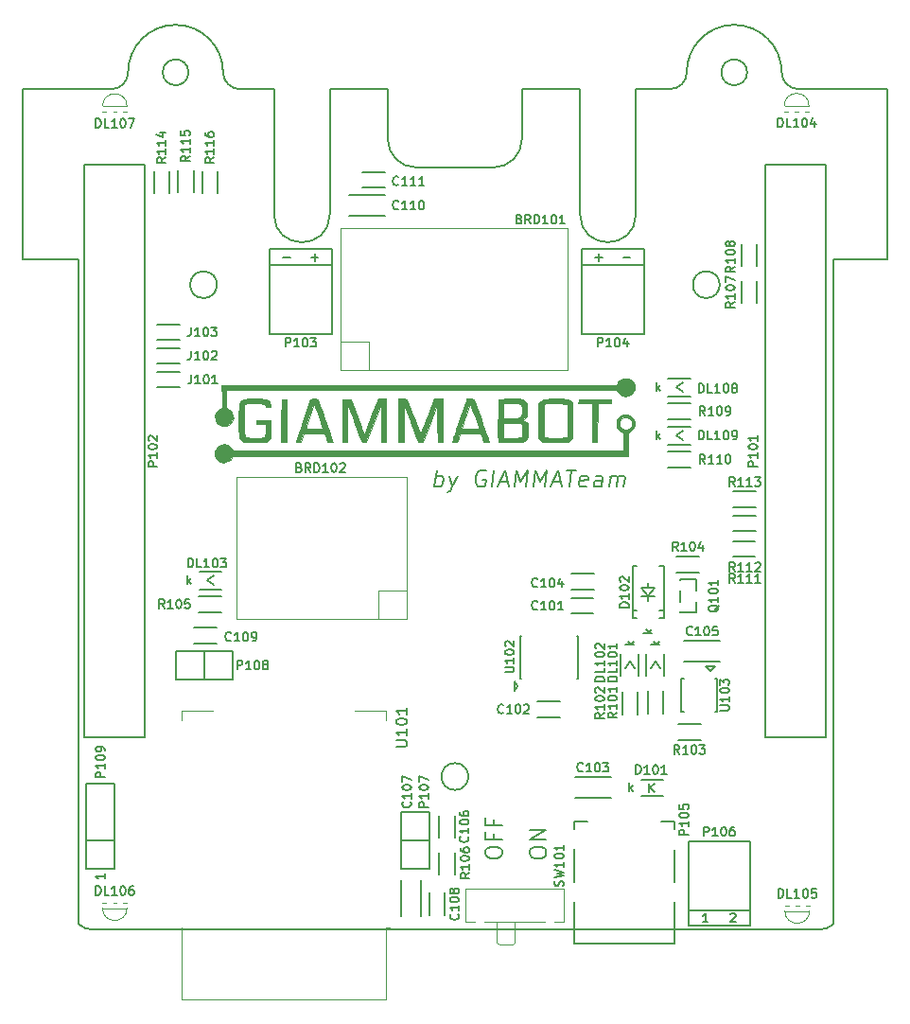
<source format=gto>
%TF.GenerationSoftware,KiCad,Pcbnew,(5.1.6-0-10_14)*%
%TF.CreationDate,2021-04-08T13:38:14+02:00*%
%TF.ProjectId,gb-mainboard,67622d6d-6169-46e6-926f-6172642e6b69,rev?*%
%TF.SameCoordinates,Original*%
%TF.FileFunction,Legend,Top*%
%TF.FilePolarity,Positive*%
%FSLAX46Y46*%
G04 Gerber Fmt 4.6, Leading zero omitted, Abs format (unit mm)*
G04 Created by KiCad (PCBNEW (5.1.6-0-10_14)) date 2021-04-08 13:38:14*
%MOMM*%
%LPD*%
G01*
G04 APERTURE LIST*
%ADD10C,0.200000*%
%TA.AperFunction,Profile*%
%ADD11C,0.150000*%
%TD*%
%ADD12C,0.120000*%
%ADD13C,0.010000*%
%ADD14C,0.150000*%
G04 APERTURE END LIST*
D10*
X126997767Y-95508571D02*
X127185267Y-94008571D01*
X127113839Y-94580000D02*
X127265625Y-94508571D01*
X127551339Y-94508571D01*
X127685267Y-94580000D01*
X127747767Y-94651428D01*
X127801339Y-94794285D01*
X127747767Y-95222857D01*
X127658482Y-95365714D01*
X127578125Y-95437142D01*
X127426339Y-95508571D01*
X127140625Y-95508571D01*
X127006696Y-95437142D01*
X128337053Y-94508571D02*
X128569196Y-95508571D01*
X129051339Y-94508571D02*
X128569196Y-95508571D01*
X128381696Y-95865714D01*
X128301339Y-95937142D01*
X128149553Y-96008571D01*
X131604910Y-94080000D02*
X131470982Y-94008571D01*
X131256696Y-94008571D01*
X131033482Y-94080000D01*
X130872767Y-94222857D01*
X130783482Y-94365714D01*
X130676339Y-94651428D01*
X130649553Y-94865714D01*
X130685267Y-95151428D01*
X130738839Y-95294285D01*
X130863839Y-95437142D01*
X131069196Y-95508571D01*
X131212053Y-95508571D01*
X131435267Y-95437142D01*
X131515625Y-95365714D01*
X131578125Y-94865714D01*
X131292410Y-94865714D01*
X132140625Y-95508571D02*
X132328125Y-94008571D01*
X132837053Y-95080000D02*
X133551339Y-95080000D01*
X132640625Y-95508571D02*
X133328125Y-94008571D01*
X133640625Y-95508571D01*
X134140625Y-95508571D02*
X134328125Y-94008571D01*
X134694196Y-95080000D01*
X135328125Y-94008571D01*
X135140625Y-95508571D01*
X135854910Y-95508571D02*
X136042410Y-94008571D01*
X136408482Y-95080000D01*
X137042410Y-94008571D01*
X136854910Y-95508571D01*
X137551339Y-95080000D02*
X138265625Y-95080000D01*
X137354910Y-95508571D02*
X138042410Y-94008571D01*
X138354910Y-95508571D01*
X138828125Y-94008571D02*
X139685267Y-94008571D01*
X139069196Y-95508571D02*
X139256696Y-94008571D01*
X140578125Y-95437142D02*
X140426339Y-95508571D01*
X140140625Y-95508571D01*
X140006696Y-95437142D01*
X139953125Y-95294285D01*
X140024553Y-94722857D01*
X140113839Y-94580000D01*
X140265625Y-94508571D01*
X140551339Y-94508571D01*
X140685267Y-94580000D01*
X140738839Y-94722857D01*
X140720982Y-94865714D01*
X139988839Y-95008571D01*
X141926339Y-95508571D02*
X142024553Y-94722857D01*
X141970982Y-94580000D01*
X141837053Y-94508571D01*
X141551339Y-94508571D01*
X141399553Y-94580000D01*
X141935267Y-95437142D02*
X141783482Y-95508571D01*
X141426339Y-95508571D01*
X141292410Y-95437142D01*
X141238839Y-95294285D01*
X141256696Y-95151428D01*
X141345982Y-95008571D01*
X141497767Y-94937142D01*
X141854910Y-94937142D01*
X142006696Y-94865714D01*
X142640625Y-95508571D02*
X142765625Y-94508571D01*
X142747767Y-94651428D02*
X142828125Y-94580000D01*
X142979910Y-94508571D01*
X143194196Y-94508571D01*
X143328125Y-94580000D01*
X143381696Y-94722857D01*
X143283482Y-95508571D01*
X143381696Y-94722857D02*
X143470982Y-94580000D01*
X143622767Y-94508571D01*
X143837053Y-94508571D01*
X143970982Y-94580000D01*
X144024553Y-94722857D01*
X143926339Y-95508571D01*
X135488571Y-128358571D02*
X135488571Y-128072857D01*
X135560000Y-127930000D01*
X135702857Y-127787142D01*
X135988571Y-127715714D01*
X136488571Y-127715714D01*
X136774285Y-127787142D01*
X136917142Y-127930000D01*
X136988571Y-128072857D01*
X136988571Y-128358571D01*
X136917142Y-128501428D01*
X136774285Y-128644285D01*
X136488571Y-128715714D01*
X135988571Y-128715714D01*
X135702857Y-128644285D01*
X135560000Y-128501428D01*
X135488571Y-128358571D01*
X136988571Y-127072857D02*
X135488571Y-127072857D01*
X136988571Y-126215714D01*
X135488571Y-126215714D01*
X131538571Y-128358571D02*
X131538571Y-128072857D01*
X131610000Y-127930000D01*
X131752857Y-127787142D01*
X132038571Y-127715714D01*
X132538571Y-127715714D01*
X132824285Y-127787142D01*
X132967142Y-127930000D01*
X133038571Y-128072857D01*
X133038571Y-128358571D01*
X132967142Y-128501428D01*
X132824285Y-128644285D01*
X132538571Y-128715714D01*
X132038571Y-128715714D01*
X131752857Y-128644285D01*
X131610000Y-128501428D01*
X131538571Y-128358571D01*
X132252857Y-126572857D02*
X132252857Y-127072857D01*
X133038571Y-127072857D02*
X131538571Y-127072857D01*
X131538571Y-126358571D01*
X132252857Y-125287142D02*
X132252857Y-125787142D01*
X133038571Y-125787142D02*
X131538571Y-125787142D01*
X131538571Y-125072857D01*
D11*
X154959999Y-58430000D02*
G75*
G02*
X152659999Y-58430000I-1150000J0D01*
G01*
X152659999Y-58430000D02*
G75*
G02*
X154959999Y-58430000I1150000J0D01*
G01*
X102660000Y-58430000D02*
G75*
G02*
X104960000Y-58430000I1150000J0D01*
G01*
X104960000Y-58430000D02*
G75*
G02*
X102660000Y-58430000I-1150000J0D01*
G01*
X106310000Y-78630000D02*
G75*
G02*
X106310000Y-76230000I0J1200000D01*
G01*
X106310000Y-76230000D02*
G75*
G02*
X106310000Y-78630000I0J-1200000D01*
G01*
X151309999Y-78630000D02*
G75*
G02*
X151309999Y-76230000I0J1200000D01*
G01*
X151309999Y-76230000D02*
G75*
G02*
X151309999Y-78630000I0J-1200000D01*
G01*
X128809999Y-122630000D02*
X128809999Y-122630000D01*
X128809999Y-122630000D02*
G75*
G02*
X128809999Y-120230000I0J1200000D01*
G01*
X128809999Y-120230000D02*
G75*
G02*
X128809999Y-122630000I0J-1200000D01*
G01*
X167509999Y-59930000D02*
X167509999Y-75130000D01*
X159559999Y-59930000D02*
X167509999Y-59930000D01*
X159559999Y-59930000D02*
G75*
G02*
X158059999Y-58430000I547J1500547D01*
G01*
X153809997Y-54180000D02*
G75*
G02*
X158059999Y-58430000I-1549J-4251551D01*
G01*
X149559998Y-58433101D02*
G75*
G02*
X153809999Y-54180000I4251551J1550D01*
G01*
X149559998Y-58429999D02*
G75*
G02*
X148059999Y-59930000I-1500547J546D01*
G01*
X145009999Y-59930000D02*
X148059999Y-59930000D01*
X145009999Y-71130000D02*
X145009999Y-59930000D01*
X145009999Y-71130000D02*
G75*
G02*
X140009999Y-71130000I-2500000J0D01*
G01*
X140009999Y-59930000D02*
X140009999Y-71130000D01*
X134809999Y-59930000D02*
X140009999Y-59930000D01*
X134809999Y-64430000D02*
X134809999Y-59930000D01*
X134809998Y-64430000D02*
G75*
G02*
X132309999Y-66930000I-2509490J9490D01*
G01*
X125309999Y-66930000D02*
X132309999Y-66930000D01*
X125309999Y-66930001D02*
G75*
G02*
X122809999Y-64430000I9491J2509491D01*
G01*
X122809999Y-59930000D02*
X122809999Y-64430000D01*
X117610000Y-59930000D02*
X122809999Y-59930000D01*
X117610000Y-71130000D02*
X117610000Y-59930000D01*
X117610001Y-71130000D02*
G75*
G02*
X112609999Y-71130000I-2500001J0D01*
G01*
X112609999Y-59930000D02*
X112609999Y-71130000D01*
X109560000Y-59930000D02*
X112609999Y-59930000D01*
X109560000Y-59930000D02*
G75*
G02*
X108060000Y-58430000I547J1500547D01*
G01*
X103809998Y-54180000D02*
G75*
G02*
X108060000Y-58430000I-1549J-4251551D01*
G01*
X99559999Y-58430001D02*
G75*
G02*
X103810000Y-54180000I4251551J-1550D01*
G01*
X99559999Y-58429999D02*
G75*
G02*
X98060000Y-59930000I-1500547J546D01*
G01*
X95110000Y-134630000D02*
X95110000Y-75120000D01*
X96433000Y-135130000D02*
G75*
G02*
X95110000Y-134630000I-1315J1996850D01*
G01*
X161387000Y-135130001D02*
X96433000Y-135130000D01*
X162710000Y-134630000D02*
G75*
G02*
X161387000Y-135130001I-1321686J1496849D01*
G01*
X162710000Y-75130000D02*
X162710000Y-134630000D01*
X167509999Y-75130000D02*
X162710000Y-75130000D01*
X90110000Y-59930000D02*
X98060000Y-59930000D01*
X90110000Y-75130000D02*
X90110000Y-59930000D01*
X95110000Y-75120000D02*
X90110000Y-75130000D01*
D12*
%TO.C,BRD102*%
X109287000Y-107301000D02*
X124527000Y-107301000D01*
X109287001Y-94601000D02*
X109287000Y-107301000D01*
X124527000Y-94601000D02*
X109287001Y-94601000D01*
X124527000Y-107301000D02*
X124527000Y-94601000D01*
X121987000Y-107301000D02*
X121987000Y-104761000D01*
X121987000Y-104761000D02*
X124527000Y-104761000D01*
D13*
%TO.C,G\u002A\u002A\u002A*%
G36*
X144327921Y-89073764D02*
G01*
X144566658Y-89195102D01*
X144750638Y-89379082D01*
X144866954Y-89610772D01*
X144902695Y-89875239D01*
X144888644Y-90003160D01*
X144830486Y-90154096D01*
X144722426Y-90322038D01*
X144589881Y-90475221D01*
X144458265Y-90581879D01*
X144406110Y-90606234D01*
X144374037Y-90621634D01*
X144350007Y-90653311D01*
X144332867Y-90714214D01*
X144321459Y-90817291D01*
X144314629Y-90975492D01*
X144311222Y-91201765D01*
X144310081Y-91509060D01*
X144310000Y-91683369D01*
X144310000Y-92730000D01*
X108934411Y-92730000D01*
X108867578Y-92880984D01*
X108730637Y-93075231D01*
X108528890Y-93219219D01*
X108288517Y-93304184D01*
X108035696Y-93321363D01*
X107796606Y-93261991D01*
X107768981Y-93248747D01*
X107629367Y-93151847D01*
X107493800Y-93019098D01*
X107468981Y-92988442D01*
X107389608Y-92865619D01*
X107348969Y-92738329D01*
X107335486Y-92564799D01*
X107335000Y-92505000D01*
X107343131Y-92312146D01*
X107375287Y-92176653D01*
X107443109Y-92056649D01*
X107469677Y-92020644D01*
X107663251Y-91837585D01*
X107894352Y-91728012D01*
X108142703Y-91690355D01*
X108388029Y-91723039D01*
X108610052Y-91824495D01*
X108788497Y-91993149D01*
X108867578Y-92129015D01*
X108934411Y-92280000D01*
X143860000Y-92280000D01*
X143859864Y-91467500D01*
X143859729Y-90655000D01*
X143673913Y-90555000D01*
X143464947Y-90394563D01*
X143330991Y-90191601D01*
X143267805Y-89963427D01*
X143269362Y-89853501D01*
X143510000Y-89853501D01*
X143538574Y-90067043D01*
X143635327Y-90224768D01*
X143775691Y-90332488D01*
X144001723Y-90419142D01*
X144231014Y-90405872D01*
X144361636Y-90354153D01*
X144528594Y-90220715D01*
X144623386Y-90046005D01*
X144650879Y-89850921D01*
X144615939Y-89656366D01*
X144523431Y-89483237D01*
X144378220Y-89352436D01*
X144185173Y-89284862D01*
X144111563Y-89280000D01*
X143858291Y-89318668D01*
X143669447Y-89430710D01*
X143551271Y-89610175D01*
X143510003Y-89851116D01*
X143510000Y-89853501D01*
X143269362Y-89853501D01*
X143271149Y-89727356D01*
X143336784Y-89500703D01*
X143460469Y-89300781D01*
X143637966Y-89144905D01*
X143865034Y-89050388D01*
X144047337Y-89030000D01*
X144327921Y-89073764D01*
G37*
X144327921Y-89073764D02*
X144566658Y-89195102D01*
X144750638Y-89379082D01*
X144866954Y-89610772D01*
X144902695Y-89875239D01*
X144888644Y-90003160D01*
X144830486Y-90154096D01*
X144722426Y-90322038D01*
X144589881Y-90475221D01*
X144458265Y-90581879D01*
X144406110Y-90606234D01*
X144374037Y-90621634D01*
X144350007Y-90653311D01*
X144332867Y-90714214D01*
X144321459Y-90817291D01*
X144314629Y-90975492D01*
X144311222Y-91201765D01*
X144310081Y-91509060D01*
X144310000Y-91683369D01*
X144310000Y-92730000D01*
X108934411Y-92730000D01*
X108867578Y-92880984D01*
X108730637Y-93075231D01*
X108528890Y-93219219D01*
X108288517Y-93304184D01*
X108035696Y-93321363D01*
X107796606Y-93261991D01*
X107768981Y-93248747D01*
X107629367Y-93151847D01*
X107493800Y-93019098D01*
X107468981Y-92988442D01*
X107389608Y-92865619D01*
X107348969Y-92738329D01*
X107335486Y-92564799D01*
X107335000Y-92505000D01*
X107343131Y-92312146D01*
X107375287Y-92176653D01*
X107443109Y-92056649D01*
X107469677Y-92020644D01*
X107663251Y-91837585D01*
X107894352Y-91728012D01*
X108142703Y-91690355D01*
X108388029Y-91723039D01*
X108610052Y-91824495D01*
X108788497Y-91993149D01*
X108867578Y-92129015D01*
X108934411Y-92280000D01*
X143860000Y-92280000D01*
X143859864Y-91467500D01*
X143859729Y-90655000D01*
X143673913Y-90555000D01*
X143464947Y-90394563D01*
X143330991Y-90191601D01*
X143267805Y-89963427D01*
X143269362Y-89853501D01*
X143510000Y-89853501D01*
X143538574Y-90067043D01*
X143635327Y-90224768D01*
X143775691Y-90332488D01*
X144001723Y-90419142D01*
X144231014Y-90405872D01*
X144361636Y-90354153D01*
X144528594Y-90220715D01*
X144623386Y-90046005D01*
X144650879Y-89850921D01*
X144615939Y-89656366D01*
X144523431Y-89483237D01*
X144378220Y-89352436D01*
X144185173Y-89284862D01*
X144111563Y-89280000D01*
X143858291Y-89318668D01*
X143669447Y-89430710D01*
X143551271Y-89610175D01*
X143510003Y-89851116D01*
X143510000Y-89853501D01*
X143269362Y-89853501D01*
X143271149Y-89727356D01*
X143336784Y-89500703D01*
X143460469Y-89300781D01*
X143637966Y-89144905D01*
X143865034Y-89050388D01*
X144047337Y-89030000D01*
X144327921Y-89073764D01*
G36*
X111207077Y-87633122D02*
G01*
X111477111Y-87641812D01*
X111696333Y-87655053D01*
X111845837Y-87671828D01*
X111894245Y-87683180D01*
X112106193Y-87803087D01*
X112249288Y-87968552D01*
X112309094Y-88162001D01*
X112310000Y-88189354D01*
X112310000Y-88380000D01*
X112088477Y-88380000D01*
X111947983Y-88372937D01*
X111878668Y-88342898D01*
X111852179Y-88276602D01*
X111850977Y-88268751D01*
X111820585Y-88182039D01*
X111749657Y-88118285D01*
X111625819Y-88074388D01*
X111436693Y-88047248D01*
X111169903Y-88033765D01*
X110900754Y-88030737D01*
X110638090Y-88033952D01*
X110401952Y-88043274D01*
X110215239Y-88057349D01*
X110100848Y-88074824D01*
X110088254Y-88078762D01*
X109960000Y-88127524D01*
X109960000Y-89568762D01*
X109961284Y-90025878D01*
X109965327Y-90390196D01*
X109972417Y-90668888D01*
X109982839Y-90869126D01*
X109996881Y-90998081D01*
X110014828Y-91062925D01*
X110020000Y-91070000D01*
X110087799Y-91095677D01*
X110236116Y-91113933D01*
X110470906Y-91125178D01*
X110798121Y-91129822D01*
X110891428Y-91130000D01*
X111205298Y-91128466D01*
X111434056Y-91122992D01*
X111592558Y-91112266D01*
X111695658Y-91094975D01*
X111758211Y-91069810D01*
X111781428Y-91051428D01*
X111819040Y-90990549D01*
X111843072Y-90886113D01*
X111855921Y-90719822D01*
X111859982Y-90473378D01*
X111860000Y-90451428D01*
X111860000Y-89930000D01*
X111010000Y-89930000D01*
X111010000Y-89530000D01*
X112310000Y-89530000D01*
X112310000Y-91160383D01*
X112132338Y-91332691D01*
X111954677Y-91505000D01*
X110944838Y-91519321D01*
X109935000Y-91533642D01*
X109747010Y-91398486D01*
X109580918Y-91233611D01*
X109506338Y-91084165D01*
X109489844Y-90972207D01*
X109477571Y-90766938D01*
X109469670Y-90474962D01*
X109466293Y-90102887D01*
X109467592Y-89657318D01*
X109469328Y-89471447D01*
X109485000Y-88037895D01*
X109610000Y-87902503D01*
X109706130Y-87809316D01*
X109809174Y-87739844D01*
X109935172Y-87690711D01*
X110100166Y-87658544D01*
X110320198Y-87639967D01*
X110611310Y-87631604D01*
X110905139Y-87629999D01*
X111207077Y-87633122D01*
G37*
X111207077Y-87633122D02*
X111477111Y-87641812D01*
X111696333Y-87655053D01*
X111845837Y-87671828D01*
X111894245Y-87683180D01*
X112106193Y-87803087D01*
X112249288Y-87968552D01*
X112309094Y-88162001D01*
X112310000Y-88189354D01*
X112310000Y-88380000D01*
X112088477Y-88380000D01*
X111947983Y-88372937D01*
X111878668Y-88342898D01*
X111852179Y-88276602D01*
X111850977Y-88268751D01*
X111820585Y-88182039D01*
X111749657Y-88118285D01*
X111625819Y-88074388D01*
X111436693Y-88047248D01*
X111169903Y-88033765D01*
X110900754Y-88030737D01*
X110638090Y-88033952D01*
X110401952Y-88043274D01*
X110215239Y-88057349D01*
X110100848Y-88074824D01*
X110088254Y-88078762D01*
X109960000Y-88127524D01*
X109960000Y-89568762D01*
X109961284Y-90025878D01*
X109965327Y-90390196D01*
X109972417Y-90668888D01*
X109982839Y-90869126D01*
X109996881Y-90998081D01*
X110014828Y-91062925D01*
X110020000Y-91070000D01*
X110087799Y-91095677D01*
X110236116Y-91113933D01*
X110470906Y-91125178D01*
X110798121Y-91129822D01*
X110891428Y-91130000D01*
X111205298Y-91128466D01*
X111434056Y-91122992D01*
X111592558Y-91112266D01*
X111695658Y-91094975D01*
X111758211Y-91069810D01*
X111781428Y-91051428D01*
X111819040Y-90990549D01*
X111843072Y-90886113D01*
X111855921Y-90719822D01*
X111859982Y-90473378D01*
X111860000Y-90451428D01*
X111860000Y-89930000D01*
X111010000Y-89930000D01*
X111010000Y-89530000D01*
X112310000Y-89530000D01*
X112310000Y-91160383D01*
X112132338Y-91332691D01*
X111954677Y-91505000D01*
X110944838Y-91519321D01*
X109935000Y-91533642D01*
X109747010Y-91398486D01*
X109580918Y-91233611D01*
X109506338Y-91084165D01*
X109489844Y-90972207D01*
X109477571Y-90766938D01*
X109469670Y-90474962D01*
X109466293Y-90102887D01*
X109467592Y-89657318D01*
X109469328Y-89471447D01*
X109485000Y-88037895D01*
X109610000Y-87902503D01*
X109706130Y-87809316D01*
X109809174Y-87739844D01*
X109935172Y-87690711D01*
X110100166Y-87658544D01*
X110320198Y-87639967D01*
X110611310Y-87631604D01*
X110905139Y-87629999D01*
X111207077Y-87633122D01*
G36*
X113761174Y-91530000D02*
G01*
X113258825Y-91530000D01*
X113271912Y-89592500D01*
X113285000Y-87655000D01*
X113735000Y-87655000D01*
X113761174Y-91530000D01*
G37*
X113761174Y-91530000D02*
X113258825Y-91530000D01*
X113271912Y-89592500D01*
X113285000Y-87655000D01*
X113735000Y-87655000D01*
X113761174Y-91530000D01*
G36*
X116478189Y-87651563D02*
G01*
X116535331Y-87689921D01*
X116551648Y-87715191D01*
X116581238Y-87786737D01*
X116638014Y-87938188D01*
X116717602Y-88156998D01*
X116815627Y-88430619D01*
X116927715Y-88746503D01*
X117049492Y-89092102D01*
X117176584Y-89454868D01*
X117304616Y-89822255D01*
X117429215Y-90181714D01*
X117546006Y-90520698D01*
X117650614Y-90826659D01*
X117738667Y-91087049D01*
X117805789Y-91289321D01*
X117847606Y-91420926D01*
X117860000Y-91468276D01*
X117812752Y-91511015D01*
X117677271Y-91529459D01*
X117640590Y-91530000D01*
X117421180Y-91530000D01*
X117281563Y-91128929D01*
X117141946Y-90727859D01*
X116219280Y-90741429D01*
X115296614Y-90755000D01*
X115035000Y-91505000D01*
X114793205Y-91520414D01*
X114649568Y-91525427D01*
X114583683Y-91511202D01*
X114573982Y-91470127D01*
X114580695Y-91445414D01*
X114603061Y-91379307D01*
X114654320Y-91229448D01*
X114730765Y-91006622D01*
X114828691Y-90721614D01*
X114944391Y-90385209D01*
X114979365Y-90283599D01*
X115460000Y-90283599D01*
X115507504Y-90300305D01*
X115640080Y-90314102D01*
X115842816Y-90324095D01*
X116100805Y-90329389D01*
X116232799Y-90330000D01*
X117005599Y-90330000D01*
X116620299Y-89207708D01*
X116511288Y-88895256D01*
X116411610Y-88619166D01*
X116326061Y-88391951D01*
X116259439Y-88226124D01*
X116216540Y-88134200D01*
X116203436Y-88120208D01*
X116178697Y-88175828D01*
X116128182Y-88309638D01*
X116057635Y-88504926D01*
X115972799Y-88744978D01*
X115879418Y-89013080D01*
X115783235Y-89292522D01*
X115689994Y-89566588D01*
X115605437Y-89818568D01*
X115535307Y-90031746D01*
X115485349Y-90189411D01*
X115461306Y-90274850D01*
X115460000Y-90283599D01*
X114979365Y-90283599D01*
X115074159Y-90008194D01*
X115214289Y-89601353D01*
X115247490Y-89505000D01*
X115885000Y-87655000D01*
X116194505Y-87640191D01*
X116373123Y-87636780D01*
X116478189Y-87651563D01*
G37*
X116478189Y-87651563D02*
X116535331Y-87689921D01*
X116551648Y-87715191D01*
X116581238Y-87786737D01*
X116638014Y-87938188D01*
X116717602Y-88156998D01*
X116815627Y-88430619D01*
X116927715Y-88746503D01*
X117049492Y-89092102D01*
X117176584Y-89454868D01*
X117304616Y-89822255D01*
X117429215Y-90181714D01*
X117546006Y-90520698D01*
X117650614Y-90826659D01*
X117738667Y-91087049D01*
X117805789Y-91289321D01*
X117847606Y-91420926D01*
X117860000Y-91468276D01*
X117812752Y-91511015D01*
X117677271Y-91529459D01*
X117640590Y-91530000D01*
X117421180Y-91530000D01*
X117281563Y-91128929D01*
X117141946Y-90727859D01*
X116219280Y-90741429D01*
X115296614Y-90755000D01*
X115035000Y-91505000D01*
X114793205Y-91520414D01*
X114649568Y-91525427D01*
X114583683Y-91511202D01*
X114573982Y-91470127D01*
X114580695Y-91445414D01*
X114603061Y-91379307D01*
X114654320Y-91229448D01*
X114730765Y-91006622D01*
X114828691Y-90721614D01*
X114944391Y-90385209D01*
X114979365Y-90283599D01*
X115460000Y-90283599D01*
X115507504Y-90300305D01*
X115640080Y-90314102D01*
X115842816Y-90324095D01*
X116100805Y-90329389D01*
X116232799Y-90330000D01*
X117005599Y-90330000D01*
X116620299Y-89207708D01*
X116511288Y-88895256D01*
X116411610Y-88619166D01*
X116326061Y-88391951D01*
X116259439Y-88226124D01*
X116216540Y-88134200D01*
X116203436Y-88120208D01*
X116178697Y-88175828D01*
X116128182Y-88309638D01*
X116057635Y-88504926D01*
X115972799Y-88744978D01*
X115879418Y-89013080D01*
X115783235Y-89292522D01*
X115689994Y-89566588D01*
X115605437Y-89818568D01*
X115535307Y-90031746D01*
X115485349Y-90189411D01*
X115461306Y-90274850D01*
X115460000Y-90283599D01*
X114979365Y-90283599D01*
X115074159Y-90008194D01*
X115214289Y-89601353D01*
X115247490Y-89505000D01*
X115885000Y-87655000D01*
X116194505Y-87640191D01*
X116373123Y-87636780D01*
X116478189Y-87651563D01*
G36*
X122660000Y-87630000D02*
G01*
X122660000Y-91530000D01*
X122211312Y-91530000D01*
X122198156Y-89818430D01*
X122185000Y-88106861D01*
X121532426Y-89805930D01*
X120879852Y-91505000D01*
X120499122Y-91505000D01*
X120298420Y-91005000D01*
X120223047Y-90814562D01*
X120120174Y-90550799D01*
X119997611Y-90233945D01*
X119863168Y-89884231D01*
X119724656Y-89521891D01*
X119641359Y-89302927D01*
X119185000Y-88100854D01*
X119185000Y-91505000D01*
X118946910Y-91520263D01*
X118708820Y-91535527D01*
X118721910Y-89595263D01*
X118735000Y-87655000D01*
X119473127Y-87655000D01*
X120066498Y-89205000D01*
X120208935Y-89577231D01*
X120339966Y-89919962D01*
X120455297Y-90221932D01*
X120550631Y-90471884D01*
X120621673Y-90658557D01*
X120664127Y-90770691D01*
X120674453Y-90798554D01*
X120695039Y-90764049D01*
X120746979Y-90646356D01*
X120826112Y-90455766D01*
X120928277Y-90202574D01*
X121049314Y-89897070D01*
X121185060Y-89549549D01*
X121306118Y-89236054D01*
X121923200Y-87629999D01*
X122291600Y-87629999D01*
X122660000Y-87630000D01*
G37*
X122660000Y-87630000D02*
X122660000Y-91530000D01*
X122211312Y-91530000D01*
X122198156Y-89818430D01*
X122185000Y-88106861D01*
X121532426Y-89805930D01*
X120879852Y-91505000D01*
X120499122Y-91505000D01*
X120298420Y-91005000D01*
X120223047Y-90814562D01*
X120120174Y-90550799D01*
X119997611Y-90233945D01*
X119863168Y-89884231D01*
X119724656Y-89521891D01*
X119641359Y-89302927D01*
X119185000Y-88100854D01*
X119185000Y-91505000D01*
X118946910Y-91520263D01*
X118708820Y-91535527D01*
X118721910Y-89595263D01*
X118735000Y-87655000D01*
X119473127Y-87655000D01*
X120066498Y-89205000D01*
X120208935Y-89577231D01*
X120339966Y-89919962D01*
X120455297Y-90221932D01*
X120550631Y-90471884D01*
X120621673Y-90658557D01*
X120664127Y-90770691D01*
X120674453Y-90798554D01*
X120695039Y-90764049D01*
X120746979Y-90646356D01*
X120826112Y-90455766D01*
X120928277Y-90202574D01*
X121049314Y-89897070D01*
X121185060Y-89549549D01*
X121306118Y-89236054D01*
X121923200Y-87629999D01*
X122291600Y-87629999D01*
X122660000Y-87630000D01*
G36*
X124141363Y-87640396D02*
G01*
X124522726Y-87655000D01*
X125116079Y-89205000D01*
X125258519Y-89577233D01*
X125389565Y-89919966D01*
X125504921Y-90221938D01*
X125600289Y-90471890D01*
X125671373Y-90658562D01*
X125713874Y-90770695D01*
X125724234Y-90798554D01*
X125744872Y-90764049D01*
X125796859Y-90646354D01*
X125876034Y-90455763D01*
X125978234Y-90202568D01*
X126099297Y-89897062D01*
X126235060Y-89549538D01*
X126356118Y-89236054D01*
X126973200Y-87629999D01*
X127341600Y-87629999D01*
X127710000Y-87630000D01*
X127710000Y-91530000D01*
X127261312Y-91530000D01*
X127248156Y-89818430D01*
X127235000Y-88106861D01*
X126582426Y-89805930D01*
X125929852Y-91505000D01*
X125549297Y-91505000D01*
X125298177Y-90880000D01*
X125202727Y-90639208D01*
X125082150Y-90330100D01*
X124946241Y-89978064D01*
X124804790Y-89608490D01*
X124667593Y-89246766D01*
X124641029Y-89176278D01*
X124235000Y-88097557D01*
X124235000Y-91505000D01*
X123997500Y-91520239D01*
X123760000Y-91535479D01*
X123760000Y-87625793D01*
X124141363Y-87640396D01*
G37*
X124141363Y-87640396D02*
X124522726Y-87655000D01*
X125116079Y-89205000D01*
X125258519Y-89577233D01*
X125389565Y-89919966D01*
X125504921Y-90221938D01*
X125600289Y-90471890D01*
X125671373Y-90658562D01*
X125713874Y-90770695D01*
X125724234Y-90798554D01*
X125744872Y-90764049D01*
X125796859Y-90646354D01*
X125876034Y-90455763D01*
X125978234Y-90202568D01*
X126099297Y-89897062D01*
X126235060Y-89549538D01*
X126356118Y-89236054D01*
X126973200Y-87629999D01*
X127341600Y-87629999D01*
X127710000Y-87630000D01*
X127710000Y-91530000D01*
X127261312Y-91530000D01*
X127248156Y-89818430D01*
X127235000Y-88106861D01*
X126582426Y-89805930D01*
X125929852Y-91505000D01*
X125549297Y-91505000D01*
X125298177Y-90880000D01*
X125202727Y-90639208D01*
X125082150Y-90330100D01*
X124946241Y-89978064D01*
X124804790Y-89608490D01*
X124667593Y-89246766D01*
X124641029Y-89176278D01*
X124235000Y-88097557D01*
X124235000Y-91505000D01*
X123997500Y-91520239D01*
X123760000Y-91535479D01*
X123760000Y-87625793D01*
X124141363Y-87640396D01*
G36*
X130195534Y-87640339D02*
G01*
X130520197Y-87655000D01*
X131157974Y-89480000D01*
X131301253Y-89890274D01*
X131435173Y-90274295D01*
X131555901Y-90621026D01*
X131659603Y-90919433D01*
X131742445Y-91158481D01*
X131800592Y-91327135D01*
X131830211Y-91414361D01*
X131832170Y-91420414D01*
X131847550Y-91489298D01*
X131821485Y-91520866D01*
X131731975Y-91526015D01*
X131630254Y-91520414D01*
X131391919Y-91505000D01*
X131256537Y-91130000D01*
X131121156Y-90755000D01*
X130202596Y-90741440D01*
X129284037Y-90727881D01*
X129141536Y-91128940D01*
X128999036Y-91530000D01*
X128779518Y-91530000D01*
X128647235Y-91520680D01*
X128569047Y-91497163D01*
X128560000Y-91484163D01*
X128575648Y-91429820D01*
X128620028Y-91292273D01*
X128689294Y-91082861D01*
X128779598Y-90812925D01*
X128887094Y-90493803D01*
X128942544Y-90330000D01*
X129417516Y-90330000D01*
X130188758Y-90330000D01*
X130453668Y-90328124D01*
X130679314Y-90322950D01*
X130848652Y-90315155D01*
X130944639Y-90305417D01*
X130960000Y-90299330D01*
X130944306Y-90232383D01*
X130900922Y-90092823D01*
X130835397Y-89896062D01*
X130753278Y-89657510D01*
X130660112Y-89392577D01*
X130561448Y-89116674D01*
X130462832Y-88845212D01*
X130369813Y-88593601D01*
X130287937Y-88377251D01*
X130222754Y-88211573D01*
X130179809Y-88111978D01*
X130164941Y-88090773D01*
X130143569Y-88154984D01*
X130095302Y-88299723D01*
X130024919Y-88510666D01*
X129937200Y-88773490D01*
X129836925Y-89073870D01*
X129780624Y-89242500D01*
X129417516Y-90330000D01*
X128942544Y-90330000D01*
X129007935Y-90136836D01*
X129138275Y-89753363D01*
X129274267Y-89354724D01*
X129412063Y-88952259D01*
X129547818Y-88557308D01*
X129677685Y-88181211D01*
X129796063Y-87840339D01*
X129870872Y-87625678D01*
X130195534Y-87640339D01*
G37*
X130195534Y-87640339D02*
X130520197Y-87655000D01*
X131157974Y-89480000D01*
X131301253Y-89890274D01*
X131435173Y-90274295D01*
X131555901Y-90621026D01*
X131659603Y-90919433D01*
X131742445Y-91158481D01*
X131800592Y-91327135D01*
X131830211Y-91414361D01*
X131832170Y-91420414D01*
X131847550Y-91489298D01*
X131821485Y-91520866D01*
X131731975Y-91526015D01*
X131630254Y-91520414D01*
X131391919Y-91505000D01*
X131256537Y-91130000D01*
X131121156Y-90755000D01*
X130202596Y-90741440D01*
X129284037Y-90727881D01*
X129141536Y-91128940D01*
X128999036Y-91530000D01*
X128779518Y-91530000D01*
X128647235Y-91520680D01*
X128569047Y-91497163D01*
X128560000Y-91484163D01*
X128575648Y-91429820D01*
X128620028Y-91292273D01*
X128689294Y-91082861D01*
X128779598Y-90812925D01*
X128887094Y-90493803D01*
X128942544Y-90330000D01*
X129417516Y-90330000D01*
X130188758Y-90330000D01*
X130453668Y-90328124D01*
X130679314Y-90322950D01*
X130848652Y-90315155D01*
X130944639Y-90305417D01*
X130960000Y-90299330D01*
X130944306Y-90232383D01*
X130900922Y-90092823D01*
X130835397Y-89896062D01*
X130753278Y-89657510D01*
X130660112Y-89392577D01*
X130561448Y-89116674D01*
X130462832Y-88845212D01*
X130369813Y-88593601D01*
X130287937Y-88377251D01*
X130222754Y-88211573D01*
X130179809Y-88111978D01*
X130164941Y-88090773D01*
X130143569Y-88154984D01*
X130095302Y-88299723D01*
X130024919Y-88510666D01*
X129937200Y-88773490D01*
X129836925Y-89073870D01*
X129780624Y-89242500D01*
X129417516Y-90330000D01*
X128942544Y-90330000D01*
X129007935Y-90136836D01*
X129138275Y-89753363D01*
X129274267Y-89354724D01*
X129412063Y-88952259D01*
X129547818Y-88557308D01*
X129677685Y-88181211D01*
X129796063Y-87840339D01*
X129870872Y-87625678D01*
X130195534Y-87640339D01*
G36*
X134229615Y-87637352D02*
G01*
X134471166Y-87640560D01*
X134650190Y-87646568D01*
X134746054Y-87654828D01*
X134881325Y-87707474D01*
X135031240Y-87805428D01*
X135083554Y-87850398D01*
X135260000Y-88016807D01*
X135260000Y-89229372D01*
X135062108Y-89372724D01*
X134864217Y-89516076D01*
X135087108Y-89676145D01*
X135310000Y-89836213D01*
X135309234Y-90495606D01*
X135306055Y-90746254D01*
X135297905Y-90963077D01*
X135285954Y-91125234D01*
X135271375Y-91211882D01*
X135268645Y-91217723D01*
X135204934Y-91285844D01*
X135095333Y-91378218D01*
X135059697Y-91405223D01*
X135002062Y-91446009D01*
X134945065Y-91476771D01*
X134874419Y-91498922D01*
X134775834Y-91513877D01*
X134635026Y-91523048D01*
X134437706Y-91527849D01*
X134169587Y-91529695D01*
X133816382Y-91529999D01*
X133798716Y-91530000D01*
X133418277Y-91528564D01*
X133128265Y-91523902D01*
X132919147Y-91515477D01*
X132781387Y-91502754D01*
X132705450Y-91485197D01*
X132682809Y-91467322D01*
X132677718Y-91404639D01*
X132673683Y-91253384D01*
X132670769Y-91024981D01*
X132669041Y-90730854D01*
X132668562Y-90382426D01*
X132669399Y-89991121D01*
X132670505Y-89780000D01*
X133160000Y-89780000D01*
X133160000Y-91130000D01*
X133949999Y-91130000D01*
X134296550Y-91126736D01*
X134549004Y-91116676D01*
X134713061Y-91099419D01*
X134794422Y-91074562D01*
X134799999Y-91070000D01*
X134831676Y-90984167D01*
X134851862Y-90805343D01*
X134859885Y-90539951D01*
X134860000Y-90498404D01*
X134859032Y-90267532D01*
X134852705Y-90114912D01*
X134835883Y-90018797D01*
X134803433Y-89957440D01*
X134750217Y-89909094D01*
X134714781Y-89883404D01*
X134647230Y-89841889D01*
X134568701Y-89813149D01*
X134460334Y-89794892D01*
X134303269Y-89784822D01*
X134078647Y-89780646D01*
X133864781Y-89780000D01*
X133160000Y-89780000D01*
X132670505Y-89780000D01*
X132671614Y-89568361D01*
X132671879Y-89529822D01*
X132672927Y-89380000D01*
X133160000Y-89380000D01*
X133794406Y-89380000D01*
X134062817Y-89378457D01*
X134252284Y-89371860D01*
X134383840Y-89357257D01*
X134478518Y-89331692D01*
X134557353Y-89292215D01*
X134595679Y-89267500D01*
X134694652Y-89191536D01*
X134758254Y-89108874D01*
X134792928Y-88997061D01*
X134805116Y-88833646D01*
X134801263Y-88596177D01*
X134799825Y-88556136D01*
X134790093Y-88372664D01*
X134767446Y-88237893D01*
X134718238Y-88144292D01*
X134628820Y-88084333D01*
X134485544Y-88050485D01*
X134274761Y-88035219D01*
X133982826Y-88031006D01*
X133847500Y-88030737D01*
X133160000Y-88030000D01*
X133160000Y-89380000D01*
X132672927Y-89380000D01*
X132685000Y-87655000D01*
X133635000Y-87640333D01*
X133944553Y-87637194D01*
X134229615Y-87637352D01*
G37*
X134229615Y-87637352D02*
X134471166Y-87640560D01*
X134650190Y-87646568D01*
X134746054Y-87654828D01*
X134881325Y-87707474D01*
X135031240Y-87805428D01*
X135083554Y-87850398D01*
X135260000Y-88016807D01*
X135260000Y-89229372D01*
X135062108Y-89372724D01*
X134864217Y-89516076D01*
X135087108Y-89676145D01*
X135310000Y-89836213D01*
X135309234Y-90495606D01*
X135306055Y-90746254D01*
X135297905Y-90963077D01*
X135285954Y-91125234D01*
X135271375Y-91211882D01*
X135268645Y-91217723D01*
X135204934Y-91285844D01*
X135095333Y-91378218D01*
X135059697Y-91405223D01*
X135002062Y-91446009D01*
X134945065Y-91476771D01*
X134874419Y-91498922D01*
X134775834Y-91513877D01*
X134635026Y-91523048D01*
X134437706Y-91527849D01*
X134169587Y-91529695D01*
X133816382Y-91529999D01*
X133798716Y-91530000D01*
X133418277Y-91528564D01*
X133128265Y-91523902D01*
X132919147Y-91515477D01*
X132781387Y-91502754D01*
X132705450Y-91485197D01*
X132682809Y-91467322D01*
X132677718Y-91404639D01*
X132673683Y-91253384D01*
X132670769Y-91024981D01*
X132669041Y-90730854D01*
X132668562Y-90382426D01*
X132669399Y-89991121D01*
X132670505Y-89780000D01*
X133160000Y-89780000D01*
X133160000Y-91130000D01*
X133949999Y-91130000D01*
X134296550Y-91126736D01*
X134549004Y-91116676D01*
X134713061Y-91099419D01*
X134794422Y-91074562D01*
X134799999Y-91070000D01*
X134831676Y-90984167D01*
X134851862Y-90805343D01*
X134859885Y-90539951D01*
X134860000Y-90498404D01*
X134859032Y-90267532D01*
X134852705Y-90114912D01*
X134835883Y-90018797D01*
X134803433Y-89957440D01*
X134750217Y-89909094D01*
X134714781Y-89883404D01*
X134647230Y-89841889D01*
X134568701Y-89813149D01*
X134460334Y-89794892D01*
X134303269Y-89784822D01*
X134078647Y-89780646D01*
X133864781Y-89780000D01*
X133160000Y-89780000D01*
X132670505Y-89780000D01*
X132671614Y-89568361D01*
X132671879Y-89529822D01*
X132672927Y-89380000D01*
X133160000Y-89380000D01*
X133794406Y-89380000D01*
X134062817Y-89378457D01*
X134252284Y-89371860D01*
X134383840Y-89357257D01*
X134478518Y-89331692D01*
X134557353Y-89292215D01*
X134595679Y-89267500D01*
X134694652Y-89191536D01*
X134758254Y-89108874D01*
X134792928Y-88997061D01*
X134805116Y-88833646D01*
X134801263Y-88596177D01*
X134799825Y-88556136D01*
X134790093Y-88372664D01*
X134767446Y-88237893D01*
X134718238Y-88144292D01*
X134628820Y-88084333D01*
X134485544Y-88050485D01*
X134274761Y-88035219D01*
X133982826Y-88031006D01*
X133847500Y-88030737D01*
X133160000Y-88030000D01*
X133160000Y-89380000D01*
X132672927Y-89380000D01*
X132685000Y-87655000D01*
X133635000Y-87640333D01*
X133944553Y-87637194D01*
X134229615Y-87637352D01*
G36*
X138204723Y-87631713D02*
G01*
X138494324Y-87638557D01*
X138713927Y-87653088D01*
X138878514Y-87677862D01*
X139003070Y-87715436D01*
X139102579Y-87768365D01*
X139192025Y-87839207D01*
X139222500Y-87867535D01*
X139360000Y-87998709D01*
X139360000Y-91160383D01*
X139182324Y-91332691D01*
X139004649Y-91505000D01*
X137869824Y-91519245D01*
X136735000Y-91533490D01*
X136544907Y-91403180D01*
X136417222Y-91295808D01*
X136324841Y-91182729D01*
X136307407Y-91148180D01*
X136295297Y-91067487D01*
X136284329Y-90900589D01*
X136274914Y-90661278D01*
X136267462Y-90363346D01*
X136262384Y-90020584D01*
X136260090Y-89646785D01*
X136260000Y-89555581D01*
X136260000Y-88127524D01*
X136760000Y-88127524D01*
X136760000Y-89568762D01*
X136761284Y-90025878D01*
X136765327Y-90390196D01*
X136772417Y-90668888D01*
X136782839Y-90869126D01*
X136796881Y-90998081D01*
X136814828Y-91062925D01*
X136820000Y-91070000D01*
X136881951Y-91093720D01*
X137018366Y-91111147D01*
X137236098Y-91122695D01*
X137542000Y-91128775D01*
X137816428Y-91130000D01*
X138154600Y-91128795D01*
X138406574Y-91124470D01*
X138586130Y-91115958D01*
X138707049Y-91102193D01*
X138783112Y-91082106D01*
X138828098Y-91054633D01*
X138831428Y-91051428D01*
X138854964Y-91016412D01*
X138873384Y-90956498D01*
X138887287Y-90860513D01*
X138897270Y-90717281D01*
X138903931Y-90515627D01*
X138907868Y-90244376D01*
X138909677Y-89892353D01*
X138910000Y-89582550D01*
X138909449Y-89168449D01*
X138907374Y-88843078D01*
X138903136Y-88595175D01*
X138896099Y-88413474D01*
X138885626Y-88286711D01*
X138871078Y-88203622D01*
X138851819Y-88152941D01*
X138827474Y-88123622D01*
X138747973Y-88097891D01*
X138588772Y-88075750D01*
X138370124Y-88057701D01*
X138112281Y-88044248D01*
X137835495Y-88035892D01*
X137560019Y-88033137D01*
X137306106Y-88036487D01*
X137094008Y-88046443D01*
X136943978Y-88063508D01*
X136896381Y-88075672D01*
X136760000Y-88127524D01*
X136260000Y-88127524D01*
X136260000Y-88087672D01*
X136395165Y-87927037D01*
X136482848Y-87831921D01*
X136574833Y-87759431D01*
X136685734Y-87706543D01*
X136830166Y-87670231D01*
X137022742Y-87647470D01*
X137278078Y-87635236D01*
X137610787Y-87630502D01*
X137830139Y-87629999D01*
X138204723Y-87631713D01*
G37*
X138204723Y-87631713D02*
X138494324Y-87638557D01*
X138713927Y-87653088D01*
X138878514Y-87677862D01*
X139003070Y-87715436D01*
X139102579Y-87768365D01*
X139192025Y-87839207D01*
X139222500Y-87867535D01*
X139360000Y-87998709D01*
X139360000Y-91160383D01*
X139182324Y-91332691D01*
X139004649Y-91505000D01*
X137869824Y-91519245D01*
X136735000Y-91533490D01*
X136544907Y-91403180D01*
X136417222Y-91295808D01*
X136324841Y-91182729D01*
X136307407Y-91148180D01*
X136295297Y-91067487D01*
X136284329Y-90900589D01*
X136274914Y-90661278D01*
X136267462Y-90363346D01*
X136262384Y-90020584D01*
X136260090Y-89646785D01*
X136260000Y-89555581D01*
X136260000Y-88127524D01*
X136760000Y-88127524D01*
X136760000Y-89568762D01*
X136761284Y-90025878D01*
X136765327Y-90390196D01*
X136772417Y-90668888D01*
X136782839Y-90869126D01*
X136796881Y-90998081D01*
X136814828Y-91062925D01*
X136820000Y-91070000D01*
X136881951Y-91093720D01*
X137018366Y-91111147D01*
X137236098Y-91122695D01*
X137542000Y-91128775D01*
X137816428Y-91130000D01*
X138154600Y-91128795D01*
X138406574Y-91124470D01*
X138586130Y-91115958D01*
X138707049Y-91102193D01*
X138783112Y-91082106D01*
X138828098Y-91054633D01*
X138831428Y-91051428D01*
X138854964Y-91016412D01*
X138873384Y-90956498D01*
X138887287Y-90860513D01*
X138897270Y-90717281D01*
X138903931Y-90515627D01*
X138907868Y-90244376D01*
X138909677Y-89892353D01*
X138910000Y-89582550D01*
X138909449Y-89168449D01*
X138907374Y-88843078D01*
X138903136Y-88595175D01*
X138896099Y-88413474D01*
X138885626Y-88286711D01*
X138871078Y-88203622D01*
X138851819Y-88152941D01*
X138827474Y-88123622D01*
X138747973Y-88097891D01*
X138588772Y-88075750D01*
X138370124Y-88057701D01*
X138112281Y-88044248D01*
X137835495Y-88035892D01*
X137560019Y-88033137D01*
X137306106Y-88036487D01*
X137094008Y-88046443D01*
X136943978Y-88063508D01*
X136896381Y-88075672D01*
X136760000Y-88127524D01*
X136260000Y-88127524D01*
X136260000Y-88087672D01*
X136395165Y-87927037D01*
X136482848Y-87831921D01*
X136574833Y-87759431D01*
X136685734Y-87706543D01*
X136830166Y-87670231D01*
X137022742Y-87647470D01*
X137278078Y-87635236D01*
X137610787Y-87630502D01*
X137830139Y-87629999D01*
X138204723Y-87631713D01*
G36*
X142800425Y-87840937D02*
G01*
X142815850Y-88026875D01*
X142200425Y-88040937D01*
X141585000Y-88055000D01*
X141558704Y-91530000D01*
X141111295Y-91530000D01*
X141098147Y-89792500D01*
X141085000Y-88055000D01*
X140469574Y-88040937D01*
X139854149Y-88026875D01*
X139869574Y-87840937D01*
X139885000Y-87655000D01*
X142785000Y-87655000D01*
X142800425Y-87840937D01*
G37*
X142800425Y-87840937D02*
X142815850Y-88026875D01*
X142200425Y-88040937D01*
X141585000Y-88055000D01*
X141558704Y-91530000D01*
X141111295Y-91530000D01*
X141098147Y-89792500D01*
X141085000Y-88055000D01*
X140469574Y-88040937D01*
X139854149Y-88026875D01*
X139869574Y-87840937D01*
X139885000Y-87655000D01*
X142785000Y-87655000D01*
X142800425Y-87840937D01*
G36*
X144418298Y-85861833D02*
G01*
X144637266Y-85999665D01*
X144750322Y-86120644D01*
X144830044Y-86243748D01*
X144870885Y-86370780D01*
X144884487Y-86543610D01*
X144885000Y-86605000D01*
X144876868Y-86797853D01*
X144844712Y-86933346D01*
X144776890Y-87053350D01*
X144750322Y-87089355D01*
X144556748Y-87272414D01*
X144325647Y-87381987D01*
X144077296Y-87419644D01*
X143831970Y-87386960D01*
X143609947Y-87285504D01*
X143431502Y-87116850D01*
X143352421Y-86980984D01*
X143285588Y-86830000D01*
X108360000Y-86830000D01*
X108360000Y-88467867D01*
X108511012Y-88530419D01*
X108716923Y-88666279D01*
X108872470Y-88868217D01*
X108964959Y-89109677D01*
X108981700Y-89364105D01*
X108961757Y-89473472D01*
X108845776Y-89733079D01*
X108663550Y-89931522D01*
X108432088Y-90058213D01*
X108168399Y-90102560D01*
X107985000Y-90081585D01*
X107714972Y-89976462D01*
X107514241Y-89799403D01*
X107381381Y-89549025D01*
X107358242Y-89473472D01*
X107337451Y-89219456D01*
X107399394Y-88967802D01*
X107531435Y-88744673D01*
X107720939Y-88576229D01*
X107814903Y-88527968D01*
X107971831Y-88462967D01*
X107953415Y-87433983D01*
X107935000Y-86405000D01*
X143285650Y-86379860D01*
X143352451Y-86228945D01*
X143494162Y-86019924D01*
X143691880Y-85877130D01*
X143925328Y-85802137D01*
X144174226Y-85796514D01*
X144418298Y-85861833D01*
G37*
X144418298Y-85861833D02*
X144637266Y-85999665D01*
X144750322Y-86120644D01*
X144830044Y-86243748D01*
X144870885Y-86370780D01*
X144884487Y-86543610D01*
X144885000Y-86605000D01*
X144876868Y-86797853D01*
X144844712Y-86933346D01*
X144776890Y-87053350D01*
X144750322Y-87089355D01*
X144556748Y-87272414D01*
X144325647Y-87381987D01*
X144077296Y-87419644D01*
X143831970Y-87386960D01*
X143609947Y-87285504D01*
X143431502Y-87116850D01*
X143352421Y-86980984D01*
X143285588Y-86830000D01*
X108360000Y-86830000D01*
X108360000Y-88467867D01*
X108511012Y-88530419D01*
X108716923Y-88666279D01*
X108872470Y-88868217D01*
X108964959Y-89109677D01*
X108981700Y-89364105D01*
X108961757Y-89473472D01*
X108845776Y-89733079D01*
X108663550Y-89931522D01*
X108432088Y-90058213D01*
X108168399Y-90102560D01*
X107985000Y-90081585D01*
X107714972Y-89976462D01*
X107514241Y-89799403D01*
X107381381Y-89549025D01*
X107358242Y-89473472D01*
X107337451Y-89219456D01*
X107399394Y-88967802D01*
X107531435Y-88744673D01*
X107720939Y-88576229D01*
X107814903Y-88527968D01*
X107971831Y-88462967D01*
X107953415Y-87433983D01*
X107935000Y-86405000D01*
X143285650Y-86379860D01*
X143352451Y-86228945D01*
X143494162Y-86019924D01*
X143691880Y-85877130D01*
X143925328Y-85802137D01*
X144174226Y-85796514D01*
X144418298Y-85861833D01*
D14*
%TO.C,DL108*%
X149911000Y-87400000D02*
X147911000Y-87400000D01*
X147911000Y-85800000D02*
X149911000Y-85800000D01*
X148611000Y-86600000D02*
X149211000Y-86200000D01*
X149211000Y-87000000D02*
X148611000Y-86600000D01*
%TO.C,DL109*%
X149211000Y-91318000D02*
X148611000Y-90918000D01*
X148611000Y-90918000D02*
X149211000Y-90518000D01*
X147911000Y-90118000D02*
X149911000Y-90118000D01*
X149911000Y-91718000D02*
X147911000Y-91718000D01*
%TO.C,R109*%
X147911000Y-88059000D02*
X149911000Y-88059000D01*
X149911000Y-89459000D02*
X147911000Y-89459000D01*
%TO.C,R110*%
X149911000Y-93777000D02*
X147911000Y-93777000D01*
X147911000Y-92377000D02*
X149911000Y-92377000D01*
D12*
%TO.C,U101*%
X122598000Y-116362000D02*
X122598000Y-115582000D01*
X122598000Y-115582000D02*
X119828000Y-115582000D01*
X104358000Y-116362000D02*
X104358000Y-115582000D01*
X104358000Y-115582000D02*
X107128000Y-115582000D01*
X122598000Y-141327000D02*
X104358000Y-141327000D01*
X104358000Y-141327000D02*
X104358000Y-134907000D01*
X122598000Y-141327000D02*
X122598000Y-134907000D01*
X122598000Y-134907000D02*
X122978000Y-134907000D01*
%TO.C,BRD101*%
X118558000Y-72376000D02*
X118558000Y-85076000D01*
X138878000Y-72376001D02*
X118558000Y-72376000D01*
X138878000Y-85076001D02*
X138878000Y-72376000D01*
X118558000Y-85076000D02*
X138878000Y-85076001D01*
X118558000Y-82536000D02*
X121098000Y-82536000D01*
X121098000Y-82536000D02*
X121098000Y-85076000D01*
D14*
%TO.C,P101*%
X156625000Y-117915000D02*
X156625000Y-66715000D01*
X156625000Y-66715000D02*
X162025000Y-66715000D01*
X162025000Y-66715000D02*
X162025000Y-117915000D01*
X162025000Y-117915000D02*
X156625000Y-117915000D01*
%TO.C,P102*%
X101065000Y-117915000D02*
X95665000Y-117915000D01*
X101065000Y-66715000D02*
X101065000Y-117915000D01*
X95665000Y-66715000D02*
X101065000Y-66715000D01*
X95665000Y-117915000D02*
X95665000Y-66715000D01*
%TO.C,P105*%
X139458000Y-136388000D02*
X148458000Y-136388000D01*
X148458000Y-125488000D02*
X147258000Y-125488000D01*
X140658000Y-125488000D02*
X139458000Y-125488000D01*
X148458000Y-125488000D02*
X148458000Y-126088000D01*
X139458000Y-125488000D02*
X139458000Y-126088000D01*
X139458000Y-136388000D02*
X139458000Y-132688000D01*
X139458000Y-127888000D02*
X139458000Y-130888000D01*
X148458000Y-130888000D02*
X148458000Y-127988000D01*
X148458000Y-132688000D02*
X148458000Y-136388000D01*
%TO.C,P103*%
X117772000Y-81826000D02*
X117772000Y-75626000D01*
X112232000Y-81826000D02*
X117772000Y-81826000D01*
X112232000Y-75626000D02*
X112232000Y-81826000D01*
X117772000Y-75626000D02*
X112232000Y-75626000D01*
X112232000Y-74226000D02*
X112232000Y-75626000D01*
X117772000Y-74226000D02*
X112232000Y-74226000D01*
X117772000Y-75626000D02*
X117772000Y-74226000D01*
%TO.C,P104*%
X145712000Y-81826000D02*
X145712000Y-75626000D01*
X140172000Y-81826000D02*
X145712000Y-81826000D01*
X140172000Y-75626000D02*
X140172000Y-81826000D01*
X145712000Y-75626000D02*
X140172000Y-75626000D01*
X140172000Y-74226000D02*
X140172000Y-75626000D01*
X145712000Y-74226000D02*
X140172000Y-74226000D01*
X145712000Y-75626000D02*
X145712000Y-74226000D01*
%TO.C,C101*%
X139209000Y-105458000D02*
X141209000Y-105458000D01*
X141209000Y-106858000D02*
X139209000Y-106858000D01*
%TO.C,C102*%
X138227000Y-116129000D02*
X136227000Y-116129000D01*
X136227000Y-114729000D02*
X138227000Y-114729000D01*
%TO.C,C103*%
X142764000Y-123314000D02*
X139564000Y-123314000D01*
X139564000Y-121514000D02*
X142764000Y-121514000D01*
%TO.C,C104*%
X139275000Y-103299000D02*
X141275000Y-103299000D01*
X141275000Y-104699000D02*
X139275000Y-104699000D01*
%TO.C,DL101*%
X145952000Y-112426000D02*
X145952000Y-110426000D01*
X147552000Y-110426000D02*
X147552000Y-112426000D01*
X146752000Y-111126000D02*
X147152000Y-111726000D01*
X146352000Y-111726000D02*
X146752000Y-111126000D01*
%TO.C,DL102*%
X144066000Y-111726000D02*
X144466000Y-111126000D01*
X144466000Y-111126000D02*
X144866000Y-111726000D01*
X145266000Y-110426000D02*
X145266000Y-112426000D01*
X143666000Y-112426000D02*
X143666000Y-110426000D01*
%TO.C,R101*%
X146052000Y-115794000D02*
X146052000Y-113794000D01*
X147452000Y-113794000D02*
X147452000Y-115794000D01*
%TO.C,R102*%
X145166000Y-113860000D02*
X145166000Y-115860000D01*
X143766000Y-115860000D02*
X143766000Y-113860000D01*
%TO.C,R103*%
X150800000Y-118161000D02*
X148800000Y-118161000D01*
X148800000Y-116761000D02*
X150800000Y-116761000D01*
%TO.C,U102*%
X134127000Y-112930000D02*
X134127000Y-113730000D01*
X134427000Y-113330000D02*
X134127000Y-112930000D01*
X134127000Y-113730000D02*
X134427000Y-113330000D01*
X134627000Y-112630000D02*
X134627000Y-108830000D01*
X139827000Y-112630000D02*
X139827000Y-108830000D01*
X134627000Y-108830000D02*
X134727000Y-108830000D01*
X134627000Y-112630000D02*
X134727000Y-112630000D01*
X139827000Y-112630000D02*
X139727000Y-112630000D01*
X139827000Y-108830000D02*
X139727000Y-108830000D01*
%TO.C,U103*%
X152289000Y-115659000D02*
X152089000Y-115659000D01*
X152289000Y-112659000D02*
X152289000Y-115659000D01*
X152089000Y-112659000D02*
X152289000Y-112659000D01*
X149089000Y-112659000D02*
X149289000Y-112659000D01*
X149089000Y-115659000D02*
X149089000Y-112659000D01*
X149289000Y-115659000D02*
X149089000Y-115659000D01*
X151289000Y-111559000D02*
X151689000Y-111959000D01*
X152089000Y-111559000D02*
X151289000Y-111559000D01*
X151689000Y-111959000D02*
X152089000Y-111559000D01*
%TO.C,C105*%
X152543000Y-111122000D02*
X149343000Y-111122000D01*
X149343000Y-109322000D02*
X152543000Y-109322000D01*
%TO.C,DL103*%
X107935000Y-104672000D02*
X105935000Y-104672000D01*
X105935000Y-103072000D02*
X107935000Y-103072000D01*
X106635000Y-103872000D02*
X107235000Y-103472000D01*
X107235000Y-104272000D02*
X106635000Y-103872000D01*
%TO.C,Q101*%
X150373000Y-103769000D02*
X150373000Y-104769000D01*
X150373000Y-103769000D02*
X148973000Y-103769000D01*
X148973000Y-104769000D02*
X148973000Y-105769000D01*
X150373000Y-106769000D02*
X148973000Y-106769000D01*
X150373000Y-105769000D02*
X150373000Y-106769000D01*
X148973000Y-103769000D02*
X148973000Y-103869000D01*
X148973000Y-106769000D02*
X148973000Y-106669000D01*
X150373000Y-105769000D02*
X150373000Y-106769000D01*
%TO.C,R104*%
X148673000Y-101775000D02*
X150673000Y-101775000D01*
X150673000Y-103175000D02*
X148673000Y-103175000D01*
%TO.C,R105*%
X107874000Y-106731000D02*
X105874000Y-106731000D01*
X105874000Y-105331000D02*
X107874000Y-105331000D01*
D12*
%TO.C,SW101*%
X134179000Y-136255000D02*
X134179000Y-134455000D01*
X133979000Y-136455000D02*
X134179000Y-136255000D01*
X132779000Y-136455000D02*
X133979000Y-136455000D01*
X132579000Y-136255000D02*
X132779000Y-136455000D01*
X132579000Y-134455000D02*
X132579000Y-136255000D01*
X129779000Y-134455000D02*
X129779000Y-131455000D01*
X130629000Y-134455000D02*
X129779000Y-134455000D01*
X136879000Y-134455000D02*
X131479000Y-134455000D01*
X138579000Y-134455000D02*
X137729000Y-134455000D01*
X138579000Y-131455000D02*
X138579000Y-134455000D01*
X129779000Y-131455000D02*
X138579000Y-131455000D01*
D14*
%TO.C,C106*%
X128783000Y-124904000D02*
X128783000Y-126904000D01*
X127383000Y-126904000D02*
X127383000Y-124904000D01*
%TO.C,C107*%
X125808000Y-130720000D02*
X125808000Y-133920000D01*
X124008000Y-133920000D02*
X124008000Y-130720000D01*
%TO.C,C108*%
X126494000Y-133828000D02*
X126494000Y-131828000D01*
X127894000Y-131828000D02*
X127894000Y-133828000D01*
%TO.C,C109*%
X105493000Y-108125000D02*
X107493000Y-108125000D01*
X107493000Y-109525000D02*
X105493000Y-109525000D01*
%TO.C,C110*%
X119371000Y-69444000D02*
X122571000Y-69444000D01*
X122571000Y-71244000D02*
X119371000Y-71244000D01*
%TO.C,C111*%
X122545000Y-68758000D02*
X120545000Y-68758000D01*
X120545000Y-67358000D02*
X122545000Y-67358000D01*
D12*
%TO.C,DL104*%
X160144000Y-61912000D02*
X160494000Y-61912000D01*
X159244000Y-61912000D02*
X159544000Y-61912000D01*
X158294000Y-61912000D02*
X158644000Y-61912000D01*
X160494000Y-61412000D02*
X158344000Y-61412000D01*
X158294000Y-61412000D02*
G75*
G02*
X160494000Y-61412000I1100000J0D01*
G01*
%TO.C,DL105*%
X158352000Y-133459000D02*
X160502000Y-133459000D01*
X160552000Y-132959000D02*
X160202000Y-132959000D01*
X159602000Y-132959000D02*
X159302000Y-132959000D01*
X158702000Y-132959000D02*
X158352000Y-132959000D01*
X160552000Y-133459000D02*
G75*
G02*
X158352000Y-133459000I-1100000J0D01*
G01*
%TO.C,DL106*%
X97615000Y-132705000D02*
X97265000Y-132705000D01*
X98515000Y-132705000D02*
X98215000Y-132705000D01*
X99465000Y-132705000D02*
X99115000Y-132705000D01*
X97265000Y-133205000D02*
X99415000Y-133205000D01*
X99465000Y-133205000D02*
G75*
G02*
X97265000Y-133205000I-1100000J0D01*
G01*
%TO.C,DL107*%
X99465000Y-61458000D02*
X97315000Y-61458000D01*
X97265000Y-61958000D02*
X97615000Y-61958000D01*
X98215000Y-61958000D02*
X98515000Y-61958000D01*
X99115000Y-61958000D02*
X99465000Y-61958000D01*
X97265000Y-61458000D02*
G75*
G02*
X99465000Y-61458000I1100000J0D01*
G01*
D14*
%TO.C,P107*%
X124019000Y-127113000D02*
X126559000Y-127113000D01*
X124019000Y-129653000D02*
X124019000Y-124573000D01*
X124019000Y-124573000D02*
X126559000Y-124573000D01*
X126559000Y-124573000D02*
X126559000Y-129653000D01*
X126559000Y-129653000D02*
X124019000Y-129653000D01*
%TO.C,P108*%
X103826000Y-112762000D02*
X103826000Y-110222000D01*
X108906000Y-112762000D02*
X103826000Y-112762000D01*
X108906000Y-110222000D02*
X108906000Y-112762000D01*
X103826000Y-110222000D02*
X108906000Y-110222000D01*
X106366000Y-110222000D02*
X106366000Y-112762000D01*
%TO.C,P109*%
X95825000Y-127113000D02*
X98365000Y-127113000D01*
X95825000Y-129653000D02*
X95825000Y-122033000D01*
X95825000Y-122033000D02*
X98365000Y-122033000D01*
X98365000Y-122033000D02*
X98365000Y-129653000D01*
X98365000Y-129653000D02*
X95825000Y-129653000D01*
%TO.C,R106*%
X128783000Y-128206000D02*
X128783000Y-130206000D01*
X127383000Y-130206000D02*
X127383000Y-128206000D01*
%TO.C,R107*%
X155834000Y-77091000D02*
X155834000Y-79091000D01*
X154434000Y-79091000D02*
X154434000Y-77091000D01*
%TO.C,R108*%
X154434000Y-75789000D02*
X154434000Y-73789000D01*
X155834000Y-73789000D02*
X155834000Y-75789000D01*
%TO.C,P106*%
X149697000Y-133388000D02*
X149697000Y-134788000D01*
X149697000Y-134788000D02*
X155237000Y-134788000D01*
X155237000Y-134788000D02*
X155237000Y-133388000D01*
X149697000Y-133388000D02*
X155237000Y-133388000D01*
X155237000Y-133388000D02*
X155237000Y-127188000D01*
X155237000Y-127188000D02*
X149697000Y-127188000D01*
X149697000Y-127188000D02*
X149697000Y-133388000D01*
%TO.C,R111*%
X153692000Y-100378000D02*
X155692000Y-100378000D01*
X155692000Y-101778000D02*
X153692000Y-101778000D01*
%TO.C,R112*%
X155753000Y-99492000D02*
X153753000Y-99492000D01*
X153753000Y-98092000D02*
X155753000Y-98092000D01*
%TO.C,R113*%
X153753000Y-95933000D02*
X155753000Y-95933000D01*
X155753000Y-97333000D02*
X153753000Y-97333000D01*
%TO.C,R114*%
X101856000Y-69246000D02*
X101856000Y-67246000D01*
X103256000Y-67246000D02*
X103256000Y-69246000D01*
%TO.C,R115*%
X105415000Y-67185000D02*
X105415000Y-69185000D01*
X104015000Y-69185000D02*
X104015000Y-67185000D01*
%TO.C,R116*%
X106174000Y-69251000D02*
X106174000Y-67251000D01*
X107574000Y-67251000D02*
X107574000Y-69251000D01*
%TO.C,D101*%
X146210000Y-122830000D02*
X146210000Y-122030000D01*
X146260000Y-122430000D02*
X146710000Y-122030000D01*
X146710000Y-122830000D02*
X146260000Y-122430000D01*
X145460000Y-121730000D02*
X147460000Y-121730000D01*
X147460000Y-123130000D02*
X145460000Y-123130000D01*
%TO.C,D102*%
X145110000Y-107230000D02*
X144710000Y-107230000D01*
X144710000Y-107230000D02*
X144710000Y-102630000D01*
X144710000Y-102630000D02*
X145110000Y-102630000D01*
X145110000Y-106530000D02*
X144710000Y-106530000D01*
X147510000Y-106530000D02*
X147110000Y-106530000D01*
X147510000Y-102630000D02*
X147110000Y-102630000D01*
X147510000Y-102630000D02*
X147510000Y-107230000D01*
X147510000Y-107230000D02*
X147110000Y-107230000D01*
X146710000Y-104530000D02*
X146110000Y-105330000D01*
X146110000Y-105330000D02*
X145510000Y-104530000D01*
X146710000Y-104530000D02*
X145510000Y-104530000D01*
X146110000Y-104130000D02*
X146110000Y-104530000D01*
X146110000Y-105730000D02*
X146110000Y-105330000D01*
X145510000Y-105330000D02*
X146710000Y-105330000D01*
%TO.C,J101*%
X104160000Y-86630000D02*
X102160000Y-86630000D01*
X102160000Y-85230000D02*
X104160000Y-85230000D01*
%TO.C,J102*%
X104160000Y-84480000D02*
X102160000Y-84480000D01*
X102160000Y-83080000D02*
X104160000Y-83080000D01*
%TO.C,J103*%
X102160000Y-80980000D02*
X104160000Y-80980000D01*
X104160000Y-82380000D02*
X102160000Y-82380000D01*
%TD*%
%TO.C,BRD102*%
X114894285Y-93781857D02*
X115008571Y-93819952D01*
X115046666Y-93858047D01*
X115084761Y-93934238D01*
X115084761Y-94048523D01*
X115046666Y-94124714D01*
X115008571Y-94162809D01*
X114932380Y-94200904D01*
X114627619Y-94200904D01*
X114627619Y-93400904D01*
X114894285Y-93400904D01*
X114970476Y-93439000D01*
X115008571Y-93477095D01*
X115046666Y-93553285D01*
X115046666Y-93629476D01*
X115008571Y-93705666D01*
X114970476Y-93743761D01*
X114894285Y-93781857D01*
X114627619Y-93781857D01*
X115884761Y-94200904D02*
X115618095Y-93819952D01*
X115427619Y-94200904D02*
X115427619Y-93400904D01*
X115732380Y-93400904D01*
X115808571Y-93439000D01*
X115846666Y-93477095D01*
X115884761Y-93553285D01*
X115884761Y-93667571D01*
X115846666Y-93743761D01*
X115808571Y-93781857D01*
X115732380Y-93819952D01*
X115427619Y-93819952D01*
X116227619Y-94200904D02*
X116227619Y-93400904D01*
X116418095Y-93400904D01*
X116532380Y-93439000D01*
X116608571Y-93515190D01*
X116646666Y-93591380D01*
X116684761Y-93743761D01*
X116684761Y-93858047D01*
X116646666Y-94010428D01*
X116608571Y-94086619D01*
X116532380Y-94162809D01*
X116418095Y-94200904D01*
X116227619Y-94200904D01*
X117446666Y-94200904D02*
X116989523Y-94200904D01*
X117218095Y-94200904D02*
X117218095Y-93400904D01*
X117141904Y-93515190D01*
X117065714Y-93591380D01*
X116989523Y-93629476D01*
X117941904Y-93400904D02*
X118018095Y-93400904D01*
X118094285Y-93439000D01*
X118132380Y-93477095D01*
X118170476Y-93553285D01*
X118208571Y-93705666D01*
X118208571Y-93896142D01*
X118170476Y-94048523D01*
X118132380Y-94124714D01*
X118094285Y-94162809D01*
X118018095Y-94200904D01*
X117941904Y-94200904D01*
X117865714Y-94162809D01*
X117827619Y-94124714D01*
X117789523Y-94048523D01*
X117751428Y-93896142D01*
X117751428Y-93705666D01*
X117789523Y-93553285D01*
X117827619Y-93477095D01*
X117865714Y-93439000D01*
X117941904Y-93400904D01*
X118513333Y-93477095D02*
X118551428Y-93439000D01*
X118627619Y-93400904D01*
X118818095Y-93400904D01*
X118894285Y-93439000D01*
X118932380Y-93477095D01*
X118970476Y-93553285D01*
X118970476Y-93629476D01*
X118932380Y-93743761D01*
X118475238Y-94200904D01*
X118970476Y-94200904D01*
%TO.C,DL108*%
X150663809Y-87088904D02*
X150663809Y-86288904D01*
X150854285Y-86288904D01*
X150968571Y-86327000D01*
X151044761Y-86403190D01*
X151082857Y-86479380D01*
X151120952Y-86631761D01*
X151120952Y-86746047D01*
X151082857Y-86898428D01*
X151044761Y-86974619D01*
X150968571Y-87050809D01*
X150854285Y-87088904D01*
X150663809Y-87088904D01*
X151844761Y-87088904D02*
X151463809Y-87088904D01*
X151463809Y-86288904D01*
X152530476Y-87088904D02*
X152073333Y-87088904D01*
X152301904Y-87088904D02*
X152301904Y-86288904D01*
X152225714Y-86403190D01*
X152149523Y-86479380D01*
X152073333Y-86517476D01*
X153025714Y-86288904D02*
X153101904Y-86288904D01*
X153178095Y-86327000D01*
X153216190Y-86365095D01*
X153254285Y-86441285D01*
X153292380Y-86593666D01*
X153292380Y-86784142D01*
X153254285Y-86936523D01*
X153216190Y-87012714D01*
X153178095Y-87050809D01*
X153101904Y-87088904D01*
X153025714Y-87088904D01*
X152949523Y-87050809D01*
X152911428Y-87012714D01*
X152873333Y-86936523D01*
X152835238Y-86784142D01*
X152835238Y-86593666D01*
X152873333Y-86441285D01*
X152911428Y-86365095D01*
X152949523Y-86327000D01*
X153025714Y-86288904D01*
X153749523Y-86631761D02*
X153673333Y-86593666D01*
X153635238Y-86555571D01*
X153597142Y-86479380D01*
X153597142Y-86441285D01*
X153635238Y-86365095D01*
X153673333Y-86327000D01*
X153749523Y-86288904D01*
X153901904Y-86288904D01*
X153978095Y-86327000D01*
X154016190Y-86365095D01*
X154054285Y-86441285D01*
X154054285Y-86479380D01*
X154016190Y-86555571D01*
X153978095Y-86593666D01*
X153901904Y-86631761D01*
X153749523Y-86631761D01*
X153673333Y-86669857D01*
X153635238Y-86707952D01*
X153597142Y-86784142D01*
X153597142Y-86936523D01*
X153635238Y-87012714D01*
X153673333Y-87050809D01*
X153749523Y-87088904D01*
X153901904Y-87088904D01*
X153978095Y-87050809D01*
X154016190Y-87012714D01*
X154054285Y-86936523D01*
X154054285Y-86784142D01*
X154016190Y-86707952D01*
X153978095Y-86669857D01*
X153901904Y-86631761D01*
X146877666Y-86961904D02*
X146877666Y-86161904D01*
X146953857Y-86657142D02*
X147182428Y-86961904D01*
X147182428Y-86428571D02*
X146877666Y-86733333D01*
%TO.C,DL109*%
X150663809Y-91279904D02*
X150663809Y-90479904D01*
X150854285Y-90479904D01*
X150968571Y-90518000D01*
X151044761Y-90594190D01*
X151082857Y-90670380D01*
X151120952Y-90822761D01*
X151120952Y-90937047D01*
X151082857Y-91089428D01*
X151044761Y-91165619D01*
X150968571Y-91241809D01*
X150854285Y-91279904D01*
X150663809Y-91279904D01*
X151844761Y-91279904D02*
X151463809Y-91279904D01*
X151463809Y-90479904D01*
X152530476Y-91279904D02*
X152073333Y-91279904D01*
X152301904Y-91279904D02*
X152301904Y-90479904D01*
X152225714Y-90594190D01*
X152149523Y-90670380D01*
X152073333Y-90708476D01*
X153025714Y-90479904D02*
X153101904Y-90479904D01*
X153178095Y-90518000D01*
X153216190Y-90556095D01*
X153254285Y-90632285D01*
X153292380Y-90784666D01*
X153292380Y-90975142D01*
X153254285Y-91127523D01*
X153216190Y-91203714D01*
X153178095Y-91241809D01*
X153101904Y-91279904D01*
X153025714Y-91279904D01*
X152949523Y-91241809D01*
X152911428Y-91203714D01*
X152873333Y-91127523D01*
X152835238Y-90975142D01*
X152835238Y-90784666D01*
X152873333Y-90632285D01*
X152911428Y-90556095D01*
X152949523Y-90518000D01*
X153025714Y-90479904D01*
X153673333Y-91279904D02*
X153825714Y-91279904D01*
X153901904Y-91241809D01*
X153940000Y-91203714D01*
X154016190Y-91089428D01*
X154054285Y-90937047D01*
X154054285Y-90632285D01*
X154016190Y-90556095D01*
X153978095Y-90518000D01*
X153901904Y-90479904D01*
X153749523Y-90479904D01*
X153673333Y-90518000D01*
X153635238Y-90556095D01*
X153597142Y-90632285D01*
X153597142Y-90822761D01*
X153635238Y-90898952D01*
X153673333Y-90937047D01*
X153749523Y-90975142D01*
X153901904Y-90975142D01*
X153978095Y-90937047D01*
X154016190Y-90898952D01*
X154054285Y-90822761D01*
X146877666Y-91279904D02*
X146877666Y-90479904D01*
X146953857Y-90975142D02*
X147182428Y-91279904D01*
X147182428Y-90746571D02*
X146877666Y-91051333D01*
%TO.C,R109*%
X151190761Y-89120904D02*
X150924095Y-88739952D01*
X150733619Y-89120904D02*
X150733619Y-88320904D01*
X151038380Y-88320904D01*
X151114571Y-88359000D01*
X151152666Y-88397095D01*
X151190761Y-88473285D01*
X151190761Y-88587571D01*
X151152666Y-88663761D01*
X151114571Y-88701857D01*
X151038380Y-88739952D01*
X150733619Y-88739952D01*
X151952666Y-89120904D02*
X151495523Y-89120904D01*
X151724095Y-89120904D02*
X151724095Y-88320904D01*
X151647904Y-88435190D01*
X151571714Y-88511380D01*
X151495523Y-88549476D01*
X152447904Y-88320904D02*
X152524095Y-88320904D01*
X152600285Y-88359000D01*
X152638380Y-88397095D01*
X152676476Y-88473285D01*
X152714571Y-88625666D01*
X152714571Y-88816142D01*
X152676476Y-88968523D01*
X152638380Y-89044714D01*
X152600285Y-89082809D01*
X152524095Y-89120904D01*
X152447904Y-89120904D01*
X152371714Y-89082809D01*
X152333619Y-89044714D01*
X152295523Y-88968523D01*
X152257428Y-88816142D01*
X152257428Y-88625666D01*
X152295523Y-88473285D01*
X152333619Y-88397095D01*
X152371714Y-88359000D01*
X152447904Y-88320904D01*
X153095523Y-89120904D02*
X153247904Y-89120904D01*
X153324095Y-89082809D01*
X153362190Y-89044714D01*
X153438380Y-88930428D01*
X153476476Y-88778047D01*
X153476476Y-88473285D01*
X153438380Y-88397095D01*
X153400285Y-88359000D01*
X153324095Y-88320904D01*
X153171714Y-88320904D01*
X153095523Y-88359000D01*
X153057428Y-88397095D01*
X153019333Y-88473285D01*
X153019333Y-88663761D01*
X153057428Y-88739952D01*
X153095523Y-88778047D01*
X153171714Y-88816142D01*
X153324095Y-88816142D01*
X153400285Y-88778047D01*
X153438380Y-88739952D01*
X153476476Y-88663761D01*
%TO.C,R110*%
X151190761Y-93438904D02*
X150924095Y-93057952D01*
X150733619Y-93438904D02*
X150733619Y-92638904D01*
X151038380Y-92638904D01*
X151114571Y-92677000D01*
X151152666Y-92715095D01*
X151190761Y-92791285D01*
X151190761Y-92905571D01*
X151152666Y-92981761D01*
X151114571Y-93019857D01*
X151038380Y-93057952D01*
X150733619Y-93057952D01*
X151952666Y-93438904D02*
X151495523Y-93438904D01*
X151724095Y-93438904D02*
X151724095Y-92638904D01*
X151647904Y-92753190D01*
X151571714Y-92829380D01*
X151495523Y-92867476D01*
X152714571Y-93438904D02*
X152257428Y-93438904D01*
X152486000Y-93438904D02*
X152486000Y-92638904D01*
X152409809Y-92753190D01*
X152333619Y-92829380D01*
X152257428Y-92867476D01*
X153209809Y-92638904D02*
X153286000Y-92638904D01*
X153362190Y-92677000D01*
X153400285Y-92715095D01*
X153438380Y-92791285D01*
X153476476Y-92943666D01*
X153476476Y-93134142D01*
X153438380Y-93286523D01*
X153400285Y-93362714D01*
X153362190Y-93400809D01*
X153286000Y-93438904D01*
X153209809Y-93438904D01*
X153133619Y-93400809D01*
X153095523Y-93362714D01*
X153057428Y-93286523D01*
X153019333Y-93134142D01*
X153019333Y-92943666D01*
X153057428Y-92791285D01*
X153095523Y-92715095D01*
X153133619Y-92677000D01*
X153209809Y-92638904D01*
%TO.C,U101*%
X123540380Y-118746285D02*
X124349904Y-118746285D01*
X124445142Y-118698666D01*
X124492761Y-118651047D01*
X124540380Y-118555809D01*
X124540380Y-118365333D01*
X124492761Y-118270095D01*
X124445142Y-118222476D01*
X124349904Y-118174857D01*
X123540380Y-118174857D01*
X124540380Y-117174857D02*
X124540380Y-117746285D01*
X124540380Y-117460571D02*
X123540380Y-117460571D01*
X123683238Y-117555809D01*
X123778476Y-117651047D01*
X123826095Y-117746285D01*
X123540380Y-116555809D02*
X123540380Y-116460571D01*
X123588000Y-116365333D01*
X123635619Y-116317714D01*
X123730857Y-116270095D01*
X123921333Y-116222476D01*
X124159428Y-116222476D01*
X124349904Y-116270095D01*
X124445142Y-116317714D01*
X124492761Y-116365333D01*
X124540380Y-116460571D01*
X124540380Y-116555809D01*
X124492761Y-116651047D01*
X124445142Y-116698666D01*
X124349904Y-116746285D01*
X124159428Y-116793904D01*
X123921333Y-116793904D01*
X123730857Y-116746285D01*
X123635619Y-116698666D01*
X123588000Y-116651047D01*
X123540380Y-116555809D01*
X124540380Y-115270095D02*
X124540380Y-115841523D01*
X124540380Y-115555809D02*
X123540380Y-115555809D01*
X123683238Y-115651047D01*
X123778476Y-115746285D01*
X123826095Y-115841523D01*
%TO.C,BRD101*%
X134579285Y-71556857D02*
X134693571Y-71594952D01*
X134731666Y-71633047D01*
X134769761Y-71709238D01*
X134769761Y-71823523D01*
X134731666Y-71899714D01*
X134693571Y-71937809D01*
X134617380Y-71975904D01*
X134312619Y-71975904D01*
X134312619Y-71175904D01*
X134579285Y-71175904D01*
X134655476Y-71214000D01*
X134693571Y-71252095D01*
X134731666Y-71328285D01*
X134731666Y-71404476D01*
X134693571Y-71480666D01*
X134655476Y-71518761D01*
X134579285Y-71556857D01*
X134312619Y-71556857D01*
X135569761Y-71975904D02*
X135303095Y-71594952D01*
X135112619Y-71975904D02*
X135112619Y-71175904D01*
X135417380Y-71175904D01*
X135493571Y-71214000D01*
X135531666Y-71252095D01*
X135569761Y-71328285D01*
X135569761Y-71442571D01*
X135531666Y-71518761D01*
X135493571Y-71556857D01*
X135417380Y-71594952D01*
X135112619Y-71594952D01*
X135912619Y-71975904D02*
X135912619Y-71175904D01*
X136103095Y-71175904D01*
X136217380Y-71214000D01*
X136293571Y-71290190D01*
X136331666Y-71366380D01*
X136369761Y-71518761D01*
X136369761Y-71633047D01*
X136331666Y-71785428D01*
X136293571Y-71861619D01*
X136217380Y-71937809D01*
X136103095Y-71975904D01*
X135912619Y-71975904D01*
X137131666Y-71975904D02*
X136674523Y-71975904D01*
X136903095Y-71975904D02*
X136903095Y-71175904D01*
X136826904Y-71290190D01*
X136750714Y-71366380D01*
X136674523Y-71404476D01*
X137626904Y-71175904D02*
X137703095Y-71175904D01*
X137779285Y-71214000D01*
X137817380Y-71252095D01*
X137855476Y-71328285D01*
X137893571Y-71480666D01*
X137893571Y-71671142D01*
X137855476Y-71823523D01*
X137817380Y-71899714D01*
X137779285Y-71937809D01*
X137703095Y-71975904D01*
X137626904Y-71975904D01*
X137550714Y-71937809D01*
X137512619Y-71899714D01*
X137474523Y-71823523D01*
X137436428Y-71671142D01*
X137436428Y-71480666D01*
X137474523Y-71328285D01*
X137512619Y-71252095D01*
X137550714Y-71214000D01*
X137626904Y-71175904D01*
X138655476Y-71975904D02*
X138198333Y-71975904D01*
X138426904Y-71975904D02*
X138426904Y-71175904D01*
X138350714Y-71290190D01*
X138274523Y-71366380D01*
X138198333Y-71404476D01*
%TO.C,P101*%
X155886904Y-93667380D02*
X155086904Y-93667380D01*
X155086904Y-93362619D01*
X155125000Y-93286428D01*
X155163095Y-93248333D01*
X155239285Y-93210238D01*
X155353571Y-93210238D01*
X155429761Y-93248333D01*
X155467857Y-93286428D01*
X155505952Y-93362619D01*
X155505952Y-93667380D01*
X155886904Y-92448333D02*
X155886904Y-92905476D01*
X155886904Y-92676904D02*
X155086904Y-92676904D01*
X155201190Y-92753095D01*
X155277380Y-92829285D01*
X155315476Y-92905476D01*
X155086904Y-91953095D02*
X155086904Y-91876904D01*
X155125000Y-91800714D01*
X155163095Y-91762619D01*
X155239285Y-91724523D01*
X155391666Y-91686428D01*
X155582142Y-91686428D01*
X155734523Y-91724523D01*
X155810714Y-91762619D01*
X155848809Y-91800714D01*
X155886904Y-91876904D01*
X155886904Y-91953095D01*
X155848809Y-92029285D01*
X155810714Y-92067380D01*
X155734523Y-92105476D01*
X155582142Y-92143571D01*
X155391666Y-92143571D01*
X155239285Y-92105476D01*
X155163095Y-92067380D01*
X155125000Y-92029285D01*
X155086904Y-91953095D01*
X155886904Y-90924523D02*
X155886904Y-91381666D01*
X155886904Y-91153095D02*
X155086904Y-91153095D01*
X155201190Y-91229285D01*
X155277380Y-91305476D01*
X155315476Y-91381666D01*
%TO.C,P102*%
X102155904Y-93667380D02*
X101355904Y-93667380D01*
X101355904Y-93362619D01*
X101394000Y-93286428D01*
X101432095Y-93248333D01*
X101508285Y-93210238D01*
X101622571Y-93210238D01*
X101698761Y-93248333D01*
X101736857Y-93286428D01*
X101774952Y-93362619D01*
X101774952Y-93667380D01*
X102155904Y-92448333D02*
X102155904Y-92905476D01*
X102155904Y-92676904D02*
X101355904Y-92676904D01*
X101470190Y-92753095D01*
X101546380Y-92829285D01*
X101584476Y-92905476D01*
X101355904Y-91953095D02*
X101355904Y-91876904D01*
X101394000Y-91800714D01*
X101432095Y-91762619D01*
X101508285Y-91724523D01*
X101660666Y-91686428D01*
X101851142Y-91686428D01*
X102003523Y-91724523D01*
X102079714Y-91762619D01*
X102117809Y-91800714D01*
X102155904Y-91876904D01*
X102155904Y-91953095D01*
X102117809Y-92029285D01*
X102079714Y-92067380D01*
X102003523Y-92105476D01*
X101851142Y-92143571D01*
X101660666Y-92143571D01*
X101508285Y-92105476D01*
X101432095Y-92067380D01*
X101394000Y-92029285D01*
X101355904Y-91953095D01*
X101432095Y-91381666D02*
X101394000Y-91343571D01*
X101355904Y-91267380D01*
X101355904Y-91076904D01*
X101394000Y-91000714D01*
X101432095Y-90962619D01*
X101508285Y-90924523D01*
X101584476Y-90924523D01*
X101698761Y-90962619D01*
X102155904Y-91419761D01*
X102155904Y-90924523D01*
%TO.C,P105*%
X149721904Y-126632380D02*
X148921904Y-126632380D01*
X148921904Y-126327619D01*
X148960000Y-126251428D01*
X148998095Y-126213333D01*
X149074285Y-126175238D01*
X149188571Y-126175238D01*
X149264761Y-126213333D01*
X149302857Y-126251428D01*
X149340952Y-126327619D01*
X149340952Y-126632380D01*
X149721904Y-125413333D02*
X149721904Y-125870476D01*
X149721904Y-125641904D02*
X148921904Y-125641904D01*
X149036190Y-125718095D01*
X149112380Y-125794285D01*
X149150476Y-125870476D01*
X148921904Y-124918095D02*
X148921904Y-124841904D01*
X148960000Y-124765714D01*
X148998095Y-124727619D01*
X149074285Y-124689523D01*
X149226666Y-124651428D01*
X149417142Y-124651428D01*
X149569523Y-124689523D01*
X149645714Y-124727619D01*
X149683809Y-124765714D01*
X149721904Y-124841904D01*
X149721904Y-124918095D01*
X149683809Y-124994285D01*
X149645714Y-125032380D01*
X149569523Y-125070476D01*
X149417142Y-125108571D01*
X149226666Y-125108571D01*
X149074285Y-125070476D01*
X148998095Y-125032380D01*
X148960000Y-124994285D01*
X148921904Y-124918095D01*
X148921904Y-123927619D02*
X148921904Y-124308571D01*
X149302857Y-124346666D01*
X149264761Y-124308571D01*
X149226666Y-124232380D01*
X149226666Y-124041904D01*
X149264761Y-123965714D01*
X149302857Y-123927619D01*
X149379047Y-123889523D01*
X149569523Y-123889523D01*
X149645714Y-123927619D01*
X149683809Y-123965714D01*
X149721904Y-124041904D01*
X149721904Y-124232380D01*
X149683809Y-124308571D01*
X149645714Y-124346666D01*
%TO.C,P103*%
X113649619Y-82987904D02*
X113649619Y-82187904D01*
X113954380Y-82187904D01*
X114030571Y-82226000D01*
X114068666Y-82264095D01*
X114106761Y-82340285D01*
X114106761Y-82454571D01*
X114068666Y-82530761D01*
X114030571Y-82568857D01*
X113954380Y-82606952D01*
X113649619Y-82606952D01*
X114868666Y-82987904D02*
X114411523Y-82987904D01*
X114640095Y-82987904D02*
X114640095Y-82187904D01*
X114563904Y-82302190D01*
X114487714Y-82378380D01*
X114411523Y-82416476D01*
X115363904Y-82187904D02*
X115440095Y-82187904D01*
X115516285Y-82226000D01*
X115554380Y-82264095D01*
X115592476Y-82340285D01*
X115630571Y-82492666D01*
X115630571Y-82683142D01*
X115592476Y-82835523D01*
X115554380Y-82911714D01*
X115516285Y-82949809D01*
X115440095Y-82987904D01*
X115363904Y-82987904D01*
X115287714Y-82949809D01*
X115249619Y-82911714D01*
X115211523Y-82835523D01*
X115173428Y-82683142D01*
X115173428Y-82492666D01*
X115211523Y-82340285D01*
X115249619Y-82264095D01*
X115287714Y-82226000D01*
X115363904Y-82187904D01*
X115897238Y-82187904D02*
X116392476Y-82187904D01*
X116125809Y-82492666D01*
X116240095Y-82492666D01*
X116316285Y-82530761D01*
X116354380Y-82568857D01*
X116392476Y-82645047D01*
X116392476Y-82835523D01*
X116354380Y-82911714D01*
X116316285Y-82949809D01*
X116240095Y-82987904D01*
X116011523Y-82987904D01*
X115935333Y-82949809D01*
X115897238Y-82911714D01*
X113447238Y-74983142D02*
X114056761Y-74983142D01*
X115947238Y-74983142D02*
X116556761Y-74983142D01*
X116252000Y-75287904D02*
X116252000Y-74678380D01*
%TO.C,P104*%
X141589619Y-82987904D02*
X141589619Y-82187904D01*
X141894380Y-82187904D01*
X141970571Y-82226000D01*
X142008666Y-82264095D01*
X142046761Y-82340285D01*
X142046761Y-82454571D01*
X142008666Y-82530761D01*
X141970571Y-82568857D01*
X141894380Y-82606952D01*
X141589619Y-82606952D01*
X142808666Y-82987904D02*
X142351523Y-82987904D01*
X142580095Y-82987904D02*
X142580095Y-82187904D01*
X142503904Y-82302190D01*
X142427714Y-82378380D01*
X142351523Y-82416476D01*
X143303904Y-82187904D02*
X143380095Y-82187904D01*
X143456285Y-82226000D01*
X143494380Y-82264095D01*
X143532476Y-82340285D01*
X143570571Y-82492666D01*
X143570571Y-82683142D01*
X143532476Y-82835523D01*
X143494380Y-82911714D01*
X143456285Y-82949809D01*
X143380095Y-82987904D01*
X143303904Y-82987904D01*
X143227714Y-82949809D01*
X143189619Y-82911714D01*
X143151523Y-82835523D01*
X143113428Y-82683142D01*
X143113428Y-82492666D01*
X143151523Y-82340285D01*
X143189619Y-82264095D01*
X143227714Y-82226000D01*
X143303904Y-82187904D01*
X144256285Y-82454571D02*
X144256285Y-82987904D01*
X144065809Y-82149809D02*
X143875333Y-82721238D01*
X144370571Y-82721238D01*
X141387238Y-74983142D02*
X141996761Y-74983142D01*
X141692000Y-75287904D02*
X141692000Y-74678380D01*
X143887238Y-74983142D02*
X144496761Y-74983142D01*
%TO.C,C101*%
X136204761Y-106443714D02*
X136166666Y-106481809D01*
X136052380Y-106519904D01*
X135976190Y-106519904D01*
X135861904Y-106481809D01*
X135785714Y-106405619D01*
X135747619Y-106329428D01*
X135709523Y-106177047D01*
X135709523Y-106062761D01*
X135747619Y-105910380D01*
X135785714Y-105834190D01*
X135861904Y-105758000D01*
X135976190Y-105719904D01*
X136052380Y-105719904D01*
X136166666Y-105758000D01*
X136204761Y-105796095D01*
X136966666Y-106519904D02*
X136509523Y-106519904D01*
X136738095Y-106519904D02*
X136738095Y-105719904D01*
X136661904Y-105834190D01*
X136585714Y-105910380D01*
X136509523Y-105948476D01*
X137461904Y-105719904D02*
X137538095Y-105719904D01*
X137614285Y-105758000D01*
X137652380Y-105796095D01*
X137690476Y-105872285D01*
X137728571Y-106024666D01*
X137728571Y-106215142D01*
X137690476Y-106367523D01*
X137652380Y-106443714D01*
X137614285Y-106481809D01*
X137538095Y-106519904D01*
X137461904Y-106519904D01*
X137385714Y-106481809D01*
X137347619Y-106443714D01*
X137309523Y-106367523D01*
X137271428Y-106215142D01*
X137271428Y-106024666D01*
X137309523Y-105872285D01*
X137347619Y-105796095D01*
X137385714Y-105758000D01*
X137461904Y-105719904D01*
X138490476Y-106519904D02*
X138033333Y-106519904D01*
X138261904Y-106519904D02*
X138261904Y-105719904D01*
X138185714Y-105834190D01*
X138109523Y-105910380D01*
X138033333Y-105948476D01*
%TO.C,C102*%
X133156761Y-115714714D02*
X133118666Y-115752809D01*
X133004380Y-115790904D01*
X132928190Y-115790904D01*
X132813904Y-115752809D01*
X132737714Y-115676619D01*
X132699619Y-115600428D01*
X132661523Y-115448047D01*
X132661523Y-115333761D01*
X132699619Y-115181380D01*
X132737714Y-115105190D01*
X132813904Y-115029000D01*
X132928190Y-114990904D01*
X133004380Y-114990904D01*
X133118666Y-115029000D01*
X133156761Y-115067095D01*
X133918666Y-115790904D02*
X133461523Y-115790904D01*
X133690095Y-115790904D02*
X133690095Y-114990904D01*
X133613904Y-115105190D01*
X133537714Y-115181380D01*
X133461523Y-115219476D01*
X134413904Y-114990904D02*
X134490095Y-114990904D01*
X134566285Y-115029000D01*
X134604380Y-115067095D01*
X134642476Y-115143285D01*
X134680571Y-115295666D01*
X134680571Y-115486142D01*
X134642476Y-115638523D01*
X134604380Y-115714714D01*
X134566285Y-115752809D01*
X134490095Y-115790904D01*
X134413904Y-115790904D01*
X134337714Y-115752809D01*
X134299619Y-115714714D01*
X134261523Y-115638523D01*
X134223428Y-115486142D01*
X134223428Y-115295666D01*
X134261523Y-115143285D01*
X134299619Y-115067095D01*
X134337714Y-115029000D01*
X134413904Y-114990904D01*
X134985333Y-115067095D02*
X135023428Y-115029000D01*
X135099619Y-114990904D01*
X135290095Y-114990904D01*
X135366285Y-115029000D01*
X135404380Y-115067095D01*
X135442476Y-115143285D01*
X135442476Y-115219476D01*
X135404380Y-115333761D01*
X134947238Y-115790904D01*
X135442476Y-115790904D01*
%TO.C,C103*%
X140268761Y-120921714D02*
X140230666Y-120959809D01*
X140116380Y-120997904D01*
X140040190Y-120997904D01*
X139925904Y-120959809D01*
X139849714Y-120883619D01*
X139811619Y-120807428D01*
X139773523Y-120655047D01*
X139773523Y-120540761D01*
X139811619Y-120388380D01*
X139849714Y-120312190D01*
X139925904Y-120236000D01*
X140040190Y-120197904D01*
X140116380Y-120197904D01*
X140230666Y-120236000D01*
X140268761Y-120274095D01*
X141030666Y-120997904D02*
X140573523Y-120997904D01*
X140802095Y-120997904D02*
X140802095Y-120197904D01*
X140725904Y-120312190D01*
X140649714Y-120388380D01*
X140573523Y-120426476D01*
X141525904Y-120197904D02*
X141602095Y-120197904D01*
X141678285Y-120236000D01*
X141716380Y-120274095D01*
X141754476Y-120350285D01*
X141792571Y-120502666D01*
X141792571Y-120693142D01*
X141754476Y-120845523D01*
X141716380Y-120921714D01*
X141678285Y-120959809D01*
X141602095Y-120997904D01*
X141525904Y-120997904D01*
X141449714Y-120959809D01*
X141411619Y-120921714D01*
X141373523Y-120845523D01*
X141335428Y-120693142D01*
X141335428Y-120502666D01*
X141373523Y-120350285D01*
X141411619Y-120274095D01*
X141449714Y-120236000D01*
X141525904Y-120197904D01*
X142059238Y-120197904D02*
X142554476Y-120197904D01*
X142287809Y-120502666D01*
X142402095Y-120502666D01*
X142478285Y-120540761D01*
X142516380Y-120578857D01*
X142554476Y-120655047D01*
X142554476Y-120845523D01*
X142516380Y-120921714D01*
X142478285Y-120959809D01*
X142402095Y-120997904D01*
X142173523Y-120997904D01*
X142097333Y-120959809D01*
X142059238Y-120921714D01*
%TO.C,C104*%
X136204761Y-104411714D02*
X136166666Y-104449809D01*
X136052380Y-104487904D01*
X135976190Y-104487904D01*
X135861904Y-104449809D01*
X135785714Y-104373619D01*
X135747619Y-104297428D01*
X135709523Y-104145047D01*
X135709523Y-104030761D01*
X135747619Y-103878380D01*
X135785714Y-103802190D01*
X135861904Y-103726000D01*
X135976190Y-103687904D01*
X136052380Y-103687904D01*
X136166666Y-103726000D01*
X136204761Y-103764095D01*
X136966666Y-104487904D02*
X136509523Y-104487904D01*
X136738095Y-104487904D02*
X136738095Y-103687904D01*
X136661904Y-103802190D01*
X136585714Y-103878380D01*
X136509523Y-103916476D01*
X137461904Y-103687904D02*
X137538095Y-103687904D01*
X137614285Y-103726000D01*
X137652380Y-103764095D01*
X137690476Y-103840285D01*
X137728571Y-103992666D01*
X137728571Y-104183142D01*
X137690476Y-104335523D01*
X137652380Y-104411714D01*
X137614285Y-104449809D01*
X137538095Y-104487904D01*
X137461904Y-104487904D01*
X137385714Y-104449809D01*
X137347619Y-104411714D01*
X137309523Y-104335523D01*
X137271428Y-104183142D01*
X137271428Y-103992666D01*
X137309523Y-103840285D01*
X137347619Y-103764095D01*
X137385714Y-103726000D01*
X137461904Y-103687904D01*
X138414285Y-103954571D02*
X138414285Y-104487904D01*
X138223809Y-103649809D02*
X138033333Y-104221238D01*
X138528571Y-104221238D01*
%TO.C,DL101*%
X143303904Y-112914190D02*
X142503904Y-112914190D01*
X142503904Y-112723714D01*
X142542000Y-112609428D01*
X142618190Y-112533238D01*
X142694380Y-112495142D01*
X142846761Y-112457047D01*
X142961047Y-112457047D01*
X143113428Y-112495142D01*
X143189619Y-112533238D01*
X143265809Y-112609428D01*
X143303904Y-112723714D01*
X143303904Y-112914190D01*
X143303904Y-111733238D02*
X143303904Y-112114190D01*
X142503904Y-112114190D01*
X143303904Y-111047523D02*
X143303904Y-111504666D01*
X143303904Y-111276095D02*
X142503904Y-111276095D01*
X142618190Y-111352285D01*
X142694380Y-111428476D01*
X142732476Y-111504666D01*
X142503904Y-110552285D02*
X142503904Y-110476095D01*
X142542000Y-110399904D01*
X142580095Y-110361809D01*
X142656285Y-110323714D01*
X142808666Y-110285619D01*
X142999142Y-110285619D01*
X143151523Y-110323714D01*
X143227714Y-110361809D01*
X143265809Y-110399904D01*
X143303904Y-110476095D01*
X143303904Y-110552285D01*
X143265809Y-110628476D01*
X143227714Y-110666571D01*
X143151523Y-110704666D01*
X142999142Y-110742761D01*
X142808666Y-110742761D01*
X142656285Y-110704666D01*
X142580095Y-110666571D01*
X142542000Y-110628476D01*
X142503904Y-110552285D01*
X143303904Y-109523714D02*
X143303904Y-109980857D01*
X143303904Y-109752285D02*
X142503904Y-109752285D01*
X142618190Y-109828476D01*
X142694380Y-109904666D01*
X142732476Y-109980857D01*
X147113904Y-109659333D02*
X146313904Y-109659333D01*
X146809142Y-109583142D02*
X147113904Y-109354571D01*
X146580571Y-109354571D02*
X146885333Y-109659333D01*
%TO.C,DL102*%
X142160904Y-112914190D02*
X141360904Y-112914190D01*
X141360904Y-112723714D01*
X141399000Y-112609428D01*
X141475190Y-112533238D01*
X141551380Y-112495142D01*
X141703761Y-112457047D01*
X141818047Y-112457047D01*
X141970428Y-112495142D01*
X142046619Y-112533238D01*
X142122809Y-112609428D01*
X142160904Y-112723714D01*
X142160904Y-112914190D01*
X142160904Y-111733238D02*
X142160904Y-112114190D01*
X141360904Y-112114190D01*
X142160904Y-111047523D02*
X142160904Y-111504666D01*
X142160904Y-111276095D02*
X141360904Y-111276095D01*
X141475190Y-111352285D01*
X141551380Y-111428476D01*
X141589476Y-111504666D01*
X141360904Y-110552285D02*
X141360904Y-110476095D01*
X141399000Y-110399904D01*
X141437095Y-110361809D01*
X141513285Y-110323714D01*
X141665666Y-110285619D01*
X141856142Y-110285619D01*
X142008523Y-110323714D01*
X142084714Y-110361809D01*
X142122809Y-110399904D01*
X142160904Y-110476095D01*
X142160904Y-110552285D01*
X142122809Y-110628476D01*
X142084714Y-110666571D01*
X142008523Y-110704666D01*
X141856142Y-110742761D01*
X141665666Y-110742761D01*
X141513285Y-110704666D01*
X141437095Y-110666571D01*
X141399000Y-110628476D01*
X141360904Y-110552285D01*
X141437095Y-109980857D02*
X141399000Y-109942761D01*
X141360904Y-109866571D01*
X141360904Y-109676095D01*
X141399000Y-109599904D01*
X141437095Y-109561809D01*
X141513285Y-109523714D01*
X141589476Y-109523714D01*
X141703761Y-109561809D01*
X142160904Y-110018952D01*
X142160904Y-109523714D01*
X144827904Y-109659333D02*
X144027904Y-109659333D01*
X144523142Y-109583142D02*
X144827904Y-109354571D01*
X144294571Y-109354571D02*
X144599333Y-109659333D01*
%TO.C,R101*%
X143303904Y-115689238D02*
X142922952Y-115955904D01*
X143303904Y-116146380D02*
X142503904Y-116146380D01*
X142503904Y-115841619D01*
X142542000Y-115765428D01*
X142580095Y-115727333D01*
X142656285Y-115689238D01*
X142770571Y-115689238D01*
X142846761Y-115727333D01*
X142884857Y-115765428D01*
X142922952Y-115841619D01*
X142922952Y-116146380D01*
X143303904Y-114927333D02*
X143303904Y-115384476D01*
X143303904Y-115155904D02*
X142503904Y-115155904D01*
X142618190Y-115232095D01*
X142694380Y-115308285D01*
X142732476Y-115384476D01*
X142503904Y-114432095D02*
X142503904Y-114355904D01*
X142542000Y-114279714D01*
X142580095Y-114241619D01*
X142656285Y-114203523D01*
X142808666Y-114165428D01*
X142999142Y-114165428D01*
X143151523Y-114203523D01*
X143227714Y-114241619D01*
X143265809Y-114279714D01*
X143303904Y-114355904D01*
X143303904Y-114432095D01*
X143265809Y-114508285D01*
X143227714Y-114546380D01*
X143151523Y-114584476D01*
X142999142Y-114622571D01*
X142808666Y-114622571D01*
X142656285Y-114584476D01*
X142580095Y-114546380D01*
X142542000Y-114508285D01*
X142503904Y-114432095D01*
X143303904Y-113403523D02*
X143303904Y-113860666D01*
X143303904Y-113632095D02*
X142503904Y-113632095D01*
X142618190Y-113708285D01*
X142694380Y-113784476D01*
X142732476Y-113860666D01*
%TO.C,R102*%
X142160904Y-115755238D02*
X141779952Y-116021904D01*
X142160904Y-116212380D02*
X141360904Y-116212380D01*
X141360904Y-115907619D01*
X141399000Y-115831428D01*
X141437095Y-115793333D01*
X141513285Y-115755238D01*
X141627571Y-115755238D01*
X141703761Y-115793333D01*
X141741857Y-115831428D01*
X141779952Y-115907619D01*
X141779952Y-116212380D01*
X142160904Y-114993333D02*
X142160904Y-115450476D01*
X142160904Y-115221904D02*
X141360904Y-115221904D01*
X141475190Y-115298095D01*
X141551380Y-115374285D01*
X141589476Y-115450476D01*
X141360904Y-114498095D02*
X141360904Y-114421904D01*
X141399000Y-114345714D01*
X141437095Y-114307619D01*
X141513285Y-114269523D01*
X141665666Y-114231428D01*
X141856142Y-114231428D01*
X142008523Y-114269523D01*
X142084714Y-114307619D01*
X142122809Y-114345714D01*
X142160904Y-114421904D01*
X142160904Y-114498095D01*
X142122809Y-114574285D01*
X142084714Y-114612380D01*
X142008523Y-114650476D01*
X141856142Y-114688571D01*
X141665666Y-114688571D01*
X141513285Y-114650476D01*
X141437095Y-114612380D01*
X141399000Y-114574285D01*
X141360904Y-114498095D01*
X141437095Y-113926666D02*
X141399000Y-113888571D01*
X141360904Y-113812380D01*
X141360904Y-113621904D01*
X141399000Y-113545714D01*
X141437095Y-113507619D01*
X141513285Y-113469523D01*
X141589476Y-113469523D01*
X141703761Y-113507619D01*
X142160904Y-113964761D01*
X142160904Y-113469523D01*
%TO.C,R103*%
X148904761Y-119422904D02*
X148638095Y-119041952D01*
X148447619Y-119422904D02*
X148447619Y-118622904D01*
X148752380Y-118622904D01*
X148828571Y-118661000D01*
X148866666Y-118699095D01*
X148904761Y-118775285D01*
X148904761Y-118889571D01*
X148866666Y-118965761D01*
X148828571Y-119003857D01*
X148752380Y-119041952D01*
X148447619Y-119041952D01*
X149666666Y-119422904D02*
X149209523Y-119422904D01*
X149438095Y-119422904D02*
X149438095Y-118622904D01*
X149361904Y-118737190D01*
X149285714Y-118813380D01*
X149209523Y-118851476D01*
X150161904Y-118622904D02*
X150238095Y-118622904D01*
X150314285Y-118661000D01*
X150352380Y-118699095D01*
X150390476Y-118775285D01*
X150428571Y-118927666D01*
X150428571Y-119118142D01*
X150390476Y-119270523D01*
X150352380Y-119346714D01*
X150314285Y-119384809D01*
X150238095Y-119422904D01*
X150161904Y-119422904D01*
X150085714Y-119384809D01*
X150047619Y-119346714D01*
X150009523Y-119270523D01*
X149971428Y-119118142D01*
X149971428Y-118927666D01*
X150009523Y-118775285D01*
X150047619Y-118699095D01*
X150085714Y-118661000D01*
X150161904Y-118622904D01*
X150695238Y-118622904D02*
X151190476Y-118622904D01*
X150923809Y-118927666D01*
X151038095Y-118927666D01*
X151114285Y-118965761D01*
X151152380Y-119003857D01*
X151190476Y-119080047D01*
X151190476Y-119270523D01*
X151152380Y-119346714D01*
X151114285Y-119384809D01*
X151038095Y-119422904D01*
X150809523Y-119422904D01*
X150733333Y-119384809D01*
X150695238Y-119346714D01*
%TO.C,U102*%
X133288904Y-112101428D02*
X133936523Y-112101428D01*
X134012714Y-112063333D01*
X134050809Y-112025238D01*
X134088904Y-111949047D01*
X134088904Y-111796666D01*
X134050809Y-111720476D01*
X134012714Y-111682380D01*
X133936523Y-111644285D01*
X133288904Y-111644285D01*
X134088904Y-110844285D02*
X134088904Y-111301428D01*
X134088904Y-111072857D02*
X133288904Y-111072857D01*
X133403190Y-111149047D01*
X133479380Y-111225238D01*
X133517476Y-111301428D01*
X133288904Y-110349047D02*
X133288904Y-110272857D01*
X133327000Y-110196666D01*
X133365095Y-110158571D01*
X133441285Y-110120476D01*
X133593666Y-110082380D01*
X133784142Y-110082380D01*
X133936523Y-110120476D01*
X134012714Y-110158571D01*
X134050809Y-110196666D01*
X134088904Y-110272857D01*
X134088904Y-110349047D01*
X134050809Y-110425238D01*
X134012714Y-110463333D01*
X133936523Y-110501428D01*
X133784142Y-110539523D01*
X133593666Y-110539523D01*
X133441285Y-110501428D01*
X133365095Y-110463333D01*
X133327000Y-110425238D01*
X133288904Y-110349047D01*
X133365095Y-109777619D02*
X133327000Y-109739523D01*
X133288904Y-109663333D01*
X133288904Y-109472857D01*
X133327000Y-109396666D01*
X133365095Y-109358571D01*
X133441285Y-109320476D01*
X133517476Y-109320476D01*
X133631761Y-109358571D01*
X134088904Y-109815714D01*
X134088904Y-109320476D01*
%TO.C,U103*%
X152550904Y-115530428D02*
X153198523Y-115530428D01*
X153274714Y-115492333D01*
X153312809Y-115454238D01*
X153350904Y-115378047D01*
X153350904Y-115225666D01*
X153312809Y-115149476D01*
X153274714Y-115111380D01*
X153198523Y-115073285D01*
X152550904Y-115073285D01*
X153350904Y-114273285D02*
X153350904Y-114730428D01*
X153350904Y-114501857D02*
X152550904Y-114501857D01*
X152665190Y-114578047D01*
X152741380Y-114654238D01*
X152779476Y-114730428D01*
X152550904Y-113778047D02*
X152550904Y-113701857D01*
X152589000Y-113625666D01*
X152627095Y-113587571D01*
X152703285Y-113549476D01*
X152855666Y-113511380D01*
X153046142Y-113511380D01*
X153198523Y-113549476D01*
X153274714Y-113587571D01*
X153312809Y-113625666D01*
X153350904Y-113701857D01*
X153350904Y-113778047D01*
X153312809Y-113854238D01*
X153274714Y-113892333D01*
X153198523Y-113930428D01*
X153046142Y-113968523D01*
X152855666Y-113968523D01*
X152703285Y-113930428D01*
X152627095Y-113892333D01*
X152589000Y-113854238D01*
X152550904Y-113778047D01*
X152550904Y-113244714D02*
X152550904Y-112749476D01*
X152855666Y-113016142D01*
X152855666Y-112901857D01*
X152893761Y-112825666D01*
X152931857Y-112787571D01*
X153008047Y-112749476D01*
X153198523Y-112749476D01*
X153274714Y-112787571D01*
X153312809Y-112825666D01*
X153350904Y-112901857D01*
X153350904Y-113130428D01*
X153312809Y-113206619D01*
X153274714Y-113244714D01*
%TO.C,C105*%
X150047761Y-108729714D02*
X150009666Y-108767809D01*
X149895380Y-108805904D01*
X149819190Y-108805904D01*
X149704904Y-108767809D01*
X149628714Y-108691619D01*
X149590619Y-108615428D01*
X149552523Y-108463047D01*
X149552523Y-108348761D01*
X149590619Y-108196380D01*
X149628714Y-108120190D01*
X149704904Y-108044000D01*
X149819190Y-108005904D01*
X149895380Y-108005904D01*
X150009666Y-108044000D01*
X150047761Y-108082095D01*
X150809666Y-108805904D02*
X150352523Y-108805904D01*
X150581095Y-108805904D02*
X150581095Y-108005904D01*
X150504904Y-108120190D01*
X150428714Y-108196380D01*
X150352523Y-108234476D01*
X151304904Y-108005904D02*
X151381095Y-108005904D01*
X151457285Y-108044000D01*
X151495380Y-108082095D01*
X151533476Y-108158285D01*
X151571571Y-108310666D01*
X151571571Y-108501142D01*
X151533476Y-108653523D01*
X151495380Y-108729714D01*
X151457285Y-108767809D01*
X151381095Y-108805904D01*
X151304904Y-108805904D01*
X151228714Y-108767809D01*
X151190619Y-108729714D01*
X151152523Y-108653523D01*
X151114428Y-108501142D01*
X151114428Y-108310666D01*
X151152523Y-108158285D01*
X151190619Y-108082095D01*
X151228714Y-108044000D01*
X151304904Y-108005904D01*
X152295380Y-108005904D02*
X151914428Y-108005904D01*
X151876333Y-108386857D01*
X151914428Y-108348761D01*
X151990619Y-108310666D01*
X152181095Y-108310666D01*
X152257285Y-108348761D01*
X152295380Y-108386857D01*
X152333476Y-108463047D01*
X152333476Y-108653523D01*
X152295380Y-108729714D01*
X152257285Y-108767809D01*
X152181095Y-108805904D01*
X151990619Y-108805904D01*
X151914428Y-108767809D01*
X151876333Y-108729714D01*
%TO.C,DL103*%
X104943809Y-102709904D02*
X104943809Y-101909904D01*
X105134285Y-101909904D01*
X105248571Y-101948000D01*
X105324761Y-102024190D01*
X105362857Y-102100380D01*
X105400952Y-102252761D01*
X105400952Y-102367047D01*
X105362857Y-102519428D01*
X105324761Y-102595619D01*
X105248571Y-102671809D01*
X105134285Y-102709904D01*
X104943809Y-102709904D01*
X106124761Y-102709904D02*
X105743809Y-102709904D01*
X105743809Y-101909904D01*
X106810476Y-102709904D02*
X106353333Y-102709904D01*
X106581904Y-102709904D02*
X106581904Y-101909904D01*
X106505714Y-102024190D01*
X106429523Y-102100380D01*
X106353333Y-102138476D01*
X107305714Y-101909904D02*
X107381904Y-101909904D01*
X107458095Y-101948000D01*
X107496190Y-101986095D01*
X107534285Y-102062285D01*
X107572380Y-102214666D01*
X107572380Y-102405142D01*
X107534285Y-102557523D01*
X107496190Y-102633714D01*
X107458095Y-102671809D01*
X107381904Y-102709904D01*
X107305714Y-102709904D01*
X107229523Y-102671809D01*
X107191428Y-102633714D01*
X107153333Y-102557523D01*
X107115238Y-102405142D01*
X107115238Y-102214666D01*
X107153333Y-102062285D01*
X107191428Y-101986095D01*
X107229523Y-101948000D01*
X107305714Y-101909904D01*
X107839047Y-101909904D02*
X108334285Y-101909904D01*
X108067619Y-102214666D01*
X108181904Y-102214666D01*
X108258095Y-102252761D01*
X108296190Y-102290857D01*
X108334285Y-102367047D01*
X108334285Y-102557523D01*
X108296190Y-102633714D01*
X108258095Y-102671809D01*
X108181904Y-102709904D01*
X107953333Y-102709904D01*
X107877142Y-102671809D01*
X107839047Y-102633714D01*
X104901666Y-104233904D02*
X104901666Y-103433904D01*
X104977857Y-103929142D02*
X105206428Y-104233904D01*
X105206428Y-103700571D02*
X104901666Y-104005333D01*
%TO.C,Q101*%
X152411095Y-106107095D02*
X152373000Y-106183285D01*
X152296809Y-106259476D01*
X152182523Y-106373761D01*
X152144428Y-106449952D01*
X152144428Y-106526142D01*
X152334904Y-106488047D02*
X152296809Y-106564238D01*
X152220619Y-106640428D01*
X152068238Y-106678523D01*
X151801571Y-106678523D01*
X151649190Y-106640428D01*
X151573000Y-106564238D01*
X151534904Y-106488047D01*
X151534904Y-106335666D01*
X151573000Y-106259476D01*
X151649190Y-106183285D01*
X151801571Y-106145190D01*
X152068238Y-106145190D01*
X152220619Y-106183285D01*
X152296809Y-106259476D01*
X152334904Y-106335666D01*
X152334904Y-106488047D01*
X152334904Y-105383285D02*
X152334904Y-105840428D01*
X152334904Y-105611857D02*
X151534904Y-105611857D01*
X151649190Y-105688047D01*
X151725380Y-105764238D01*
X151763476Y-105840428D01*
X151534904Y-104888047D02*
X151534904Y-104811857D01*
X151573000Y-104735666D01*
X151611095Y-104697571D01*
X151687285Y-104659476D01*
X151839666Y-104621380D01*
X152030142Y-104621380D01*
X152182523Y-104659476D01*
X152258714Y-104697571D01*
X152296809Y-104735666D01*
X152334904Y-104811857D01*
X152334904Y-104888047D01*
X152296809Y-104964238D01*
X152258714Y-105002333D01*
X152182523Y-105040428D01*
X152030142Y-105078523D01*
X151839666Y-105078523D01*
X151687285Y-105040428D01*
X151611095Y-105002333D01*
X151573000Y-104964238D01*
X151534904Y-104888047D01*
X152334904Y-103859476D02*
X152334904Y-104316619D01*
X152334904Y-104088047D02*
X151534904Y-104088047D01*
X151649190Y-104164238D01*
X151725380Y-104240428D01*
X151763476Y-104316619D01*
%TO.C,R104*%
X148777761Y-101236904D02*
X148511095Y-100855952D01*
X148320619Y-101236904D02*
X148320619Y-100436904D01*
X148625380Y-100436904D01*
X148701571Y-100475000D01*
X148739666Y-100513095D01*
X148777761Y-100589285D01*
X148777761Y-100703571D01*
X148739666Y-100779761D01*
X148701571Y-100817857D01*
X148625380Y-100855952D01*
X148320619Y-100855952D01*
X149539666Y-101236904D02*
X149082523Y-101236904D01*
X149311095Y-101236904D02*
X149311095Y-100436904D01*
X149234904Y-100551190D01*
X149158714Y-100627380D01*
X149082523Y-100665476D01*
X150034904Y-100436904D02*
X150111095Y-100436904D01*
X150187285Y-100475000D01*
X150225380Y-100513095D01*
X150263476Y-100589285D01*
X150301571Y-100741666D01*
X150301571Y-100932142D01*
X150263476Y-101084523D01*
X150225380Y-101160714D01*
X150187285Y-101198809D01*
X150111095Y-101236904D01*
X150034904Y-101236904D01*
X149958714Y-101198809D01*
X149920619Y-101160714D01*
X149882523Y-101084523D01*
X149844428Y-100932142D01*
X149844428Y-100741666D01*
X149882523Y-100589285D01*
X149920619Y-100513095D01*
X149958714Y-100475000D01*
X150034904Y-100436904D01*
X150987285Y-100703571D02*
X150987285Y-101236904D01*
X150796809Y-100398809D02*
X150606333Y-100970238D01*
X151101571Y-100970238D01*
%TO.C,R105*%
X102803761Y-106392904D02*
X102537095Y-106011952D01*
X102346619Y-106392904D02*
X102346619Y-105592904D01*
X102651380Y-105592904D01*
X102727571Y-105631000D01*
X102765666Y-105669095D01*
X102803761Y-105745285D01*
X102803761Y-105859571D01*
X102765666Y-105935761D01*
X102727571Y-105973857D01*
X102651380Y-106011952D01*
X102346619Y-106011952D01*
X103565666Y-106392904D02*
X103108523Y-106392904D01*
X103337095Y-106392904D02*
X103337095Y-105592904D01*
X103260904Y-105707190D01*
X103184714Y-105783380D01*
X103108523Y-105821476D01*
X104060904Y-105592904D02*
X104137095Y-105592904D01*
X104213285Y-105631000D01*
X104251380Y-105669095D01*
X104289476Y-105745285D01*
X104327571Y-105897666D01*
X104327571Y-106088142D01*
X104289476Y-106240523D01*
X104251380Y-106316714D01*
X104213285Y-106354809D01*
X104137095Y-106392904D01*
X104060904Y-106392904D01*
X103984714Y-106354809D01*
X103946619Y-106316714D01*
X103908523Y-106240523D01*
X103870428Y-106088142D01*
X103870428Y-105897666D01*
X103908523Y-105745285D01*
X103946619Y-105669095D01*
X103984714Y-105631000D01*
X104060904Y-105592904D01*
X105051380Y-105592904D02*
X104670428Y-105592904D01*
X104632333Y-105973857D01*
X104670428Y-105935761D01*
X104746619Y-105897666D01*
X104937095Y-105897666D01*
X105013285Y-105935761D01*
X105051380Y-105973857D01*
X105089476Y-106050047D01*
X105089476Y-106240523D01*
X105051380Y-106316714D01*
X105013285Y-106354809D01*
X104937095Y-106392904D01*
X104746619Y-106392904D01*
X104670428Y-106354809D01*
X104632333Y-106316714D01*
%TO.C,SW101*%
X138483809Y-131208571D02*
X138521904Y-131094285D01*
X138521904Y-130903809D01*
X138483809Y-130827619D01*
X138445714Y-130789523D01*
X138369523Y-130751428D01*
X138293333Y-130751428D01*
X138217142Y-130789523D01*
X138179047Y-130827619D01*
X138140952Y-130903809D01*
X138102857Y-131056190D01*
X138064761Y-131132380D01*
X138026666Y-131170476D01*
X137950476Y-131208571D01*
X137874285Y-131208571D01*
X137798095Y-131170476D01*
X137760000Y-131132380D01*
X137721904Y-131056190D01*
X137721904Y-130865714D01*
X137760000Y-130751428D01*
X137721904Y-130484761D02*
X138521904Y-130294285D01*
X137950476Y-130141904D01*
X138521904Y-129989523D01*
X137721904Y-129799047D01*
X138521904Y-129075238D02*
X138521904Y-129532380D01*
X138521904Y-129303809D02*
X137721904Y-129303809D01*
X137836190Y-129380000D01*
X137912380Y-129456190D01*
X137950476Y-129532380D01*
X137721904Y-128580000D02*
X137721904Y-128503809D01*
X137760000Y-128427619D01*
X137798095Y-128389523D01*
X137874285Y-128351428D01*
X138026666Y-128313333D01*
X138217142Y-128313333D01*
X138369523Y-128351428D01*
X138445714Y-128389523D01*
X138483809Y-128427619D01*
X138521904Y-128503809D01*
X138521904Y-128580000D01*
X138483809Y-128656190D01*
X138445714Y-128694285D01*
X138369523Y-128732380D01*
X138217142Y-128770476D01*
X138026666Y-128770476D01*
X137874285Y-128732380D01*
X137798095Y-128694285D01*
X137760000Y-128656190D01*
X137721904Y-128580000D01*
X138521904Y-127551428D02*
X138521904Y-128008571D01*
X138521904Y-127780000D02*
X137721904Y-127780000D01*
X137836190Y-127856190D01*
X137912380Y-127932380D01*
X137950476Y-128008571D01*
%TO.C,C106*%
X129968714Y-126799238D02*
X130006809Y-126837333D01*
X130044904Y-126951619D01*
X130044904Y-127027809D01*
X130006809Y-127142095D01*
X129930619Y-127218285D01*
X129854428Y-127256380D01*
X129702047Y-127294476D01*
X129587761Y-127294476D01*
X129435380Y-127256380D01*
X129359190Y-127218285D01*
X129283000Y-127142095D01*
X129244904Y-127027809D01*
X129244904Y-126951619D01*
X129283000Y-126837333D01*
X129321095Y-126799238D01*
X130044904Y-126037333D02*
X130044904Y-126494476D01*
X130044904Y-126265904D02*
X129244904Y-126265904D01*
X129359190Y-126342095D01*
X129435380Y-126418285D01*
X129473476Y-126494476D01*
X129244904Y-125542095D02*
X129244904Y-125465904D01*
X129283000Y-125389714D01*
X129321095Y-125351619D01*
X129397285Y-125313523D01*
X129549666Y-125275428D01*
X129740142Y-125275428D01*
X129892523Y-125313523D01*
X129968714Y-125351619D01*
X130006809Y-125389714D01*
X130044904Y-125465904D01*
X130044904Y-125542095D01*
X130006809Y-125618285D01*
X129968714Y-125656380D01*
X129892523Y-125694476D01*
X129740142Y-125732571D01*
X129549666Y-125732571D01*
X129397285Y-125694476D01*
X129321095Y-125656380D01*
X129283000Y-125618285D01*
X129244904Y-125542095D01*
X129244904Y-124589714D02*
X129244904Y-124742095D01*
X129283000Y-124818285D01*
X129321095Y-124856380D01*
X129435380Y-124932571D01*
X129587761Y-124970666D01*
X129892523Y-124970666D01*
X129968714Y-124932571D01*
X130006809Y-124894476D01*
X130044904Y-124818285D01*
X130044904Y-124665904D01*
X130006809Y-124589714D01*
X129968714Y-124551619D01*
X129892523Y-124513523D01*
X129702047Y-124513523D01*
X129625857Y-124551619D01*
X129587761Y-124589714D01*
X129549666Y-124665904D01*
X129549666Y-124818285D01*
X129587761Y-124894476D01*
X129625857Y-124932571D01*
X129702047Y-124970666D01*
%TO.C,C107*%
X124812714Y-123690238D02*
X124850809Y-123728333D01*
X124888904Y-123842619D01*
X124888904Y-123918809D01*
X124850809Y-124033095D01*
X124774619Y-124109285D01*
X124698428Y-124147380D01*
X124546047Y-124185476D01*
X124431761Y-124185476D01*
X124279380Y-124147380D01*
X124203190Y-124109285D01*
X124127000Y-124033095D01*
X124088904Y-123918809D01*
X124088904Y-123842619D01*
X124127000Y-123728333D01*
X124165095Y-123690238D01*
X124888904Y-122928333D02*
X124888904Y-123385476D01*
X124888904Y-123156904D02*
X124088904Y-123156904D01*
X124203190Y-123233095D01*
X124279380Y-123309285D01*
X124317476Y-123385476D01*
X124088904Y-122433095D02*
X124088904Y-122356904D01*
X124127000Y-122280714D01*
X124165095Y-122242619D01*
X124241285Y-122204523D01*
X124393666Y-122166428D01*
X124584142Y-122166428D01*
X124736523Y-122204523D01*
X124812714Y-122242619D01*
X124850809Y-122280714D01*
X124888904Y-122356904D01*
X124888904Y-122433095D01*
X124850809Y-122509285D01*
X124812714Y-122547380D01*
X124736523Y-122585476D01*
X124584142Y-122623571D01*
X124393666Y-122623571D01*
X124241285Y-122585476D01*
X124165095Y-122547380D01*
X124127000Y-122509285D01*
X124088904Y-122433095D01*
X124088904Y-121899761D02*
X124088904Y-121366428D01*
X124888904Y-121709285D01*
%TO.C,C108*%
X129079714Y-133723238D02*
X129117809Y-133761333D01*
X129155904Y-133875619D01*
X129155904Y-133951809D01*
X129117809Y-134066095D01*
X129041619Y-134142285D01*
X128965428Y-134180380D01*
X128813047Y-134218476D01*
X128698761Y-134218476D01*
X128546380Y-134180380D01*
X128470190Y-134142285D01*
X128394000Y-134066095D01*
X128355904Y-133951809D01*
X128355904Y-133875619D01*
X128394000Y-133761333D01*
X128432095Y-133723238D01*
X129155904Y-132961333D02*
X129155904Y-133418476D01*
X129155904Y-133189904D02*
X128355904Y-133189904D01*
X128470190Y-133266095D01*
X128546380Y-133342285D01*
X128584476Y-133418476D01*
X128355904Y-132466095D02*
X128355904Y-132389904D01*
X128394000Y-132313714D01*
X128432095Y-132275619D01*
X128508285Y-132237523D01*
X128660666Y-132199428D01*
X128851142Y-132199428D01*
X129003523Y-132237523D01*
X129079714Y-132275619D01*
X129117809Y-132313714D01*
X129155904Y-132389904D01*
X129155904Y-132466095D01*
X129117809Y-132542285D01*
X129079714Y-132580380D01*
X129003523Y-132618476D01*
X128851142Y-132656571D01*
X128660666Y-132656571D01*
X128508285Y-132618476D01*
X128432095Y-132580380D01*
X128394000Y-132542285D01*
X128355904Y-132466095D01*
X128698761Y-131742285D02*
X128660666Y-131818476D01*
X128622571Y-131856571D01*
X128546380Y-131894666D01*
X128508285Y-131894666D01*
X128432095Y-131856571D01*
X128394000Y-131818476D01*
X128355904Y-131742285D01*
X128355904Y-131589904D01*
X128394000Y-131513714D01*
X128432095Y-131475619D01*
X128508285Y-131437523D01*
X128546380Y-131437523D01*
X128622571Y-131475619D01*
X128660666Y-131513714D01*
X128698761Y-131589904D01*
X128698761Y-131742285D01*
X128736857Y-131818476D01*
X128774952Y-131856571D01*
X128851142Y-131894666D01*
X129003523Y-131894666D01*
X129079714Y-131856571D01*
X129117809Y-131818476D01*
X129155904Y-131742285D01*
X129155904Y-131589904D01*
X129117809Y-131513714D01*
X129079714Y-131475619D01*
X129003523Y-131437523D01*
X128851142Y-131437523D01*
X128774952Y-131475619D01*
X128736857Y-131513714D01*
X128698761Y-131589904D01*
%TO.C,C109*%
X108772761Y-109237714D02*
X108734666Y-109275809D01*
X108620380Y-109313904D01*
X108544190Y-109313904D01*
X108429904Y-109275809D01*
X108353714Y-109199619D01*
X108315619Y-109123428D01*
X108277523Y-108971047D01*
X108277523Y-108856761D01*
X108315619Y-108704380D01*
X108353714Y-108628190D01*
X108429904Y-108552000D01*
X108544190Y-108513904D01*
X108620380Y-108513904D01*
X108734666Y-108552000D01*
X108772761Y-108590095D01*
X109534666Y-109313904D02*
X109077523Y-109313904D01*
X109306095Y-109313904D02*
X109306095Y-108513904D01*
X109229904Y-108628190D01*
X109153714Y-108704380D01*
X109077523Y-108742476D01*
X110029904Y-108513904D02*
X110106095Y-108513904D01*
X110182285Y-108552000D01*
X110220380Y-108590095D01*
X110258476Y-108666285D01*
X110296571Y-108818666D01*
X110296571Y-109009142D01*
X110258476Y-109161523D01*
X110220380Y-109237714D01*
X110182285Y-109275809D01*
X110106095Y-109313904D01*
X110029904Y-109313904D01*
X109953714Y-109275809D01*
X109915619Y-109237714D01*
X109877523Y-109161523D01*
X109839428Y-109009142D01*
X109839428Y-108818666D01*
X109877523Y-108666285D01*
X109915619Y-108590095D01*
X109953714Y-108552000D01*
X110029904Y-108513904D01*
X110677523Y-109313904D02*
X110829904Y-109313904D01*
X110906095Y-109275809D01*
X110944190Y-109237714D01*
X111020380Y-109123428D01*
X111058476Y-108971047D01*
X111058476Y-108666285D01*
X111020380Y-108590095D01*
X110982285Y-108552000D01*
X110906095Y-108513904D01*
X110753714Y-108513904D01*
X110677523Y-108552000D01*
X110639428Y-108590095D01*
X110601333Y-108666285D01*
X110601333Y-108856761D01*
X110639428Y-108932952D01*
X110677523Y-108971047D01*
X110753714Y-109009142D01*
X110906095Y-109009142D01*
X110982285Y-108971047D01*
X111020380Y-108932952D01*
X111058476Y-108856761D01*
%TO.C,C110*%
X123758761Y-70629714D02*
X123720666Y-70667809D01*
X123606380Y-70705904D01*
X123530190Y-70705904D01*
X123415904Y-70667809D01*
X123339714Y-70591619D01*
X123301619Y-70515428D01*
X123263523Y-70363047D01*
X123263523Y-70248761D01*
X123301619Y-70096380D01*
X123339714Y-70020190D01*
X123415904Y-69944000D01*
X123530190Y-69905904D01*
X123606380Y-69905904D01*
X123720666Y-69944000D01*
X123758761Y-69982095D01*
X124520666Y-70705904D02*
X124063523Y-70705904D01*
X124292095Y-70705904D02*
X124292095Y-69905904D01*
X124215904Y-70020190D01*
X124139714Y-70096380D01*
X124063523Y-70134476D01*
X125282571Y-70705904D02*
X124825428Y-70705904D01*
X125054000Y-70705904D02*
X125054000Y-69905904D01*
X124977809Y-70020190D01*
X124901619Y-70096380D01*
X124825428Y-70134476D01*
X125777809Y-69905904D02*
X125854000Y-69905904D01*
X125930190Y-69944000D01*
X125968285Y-69982095D01*
X126006380Y-70058285D01*
X126044476Y-70210666D01*
X126044476Y-70401142D01*
X126006380Y-70553523D01*
X125968285Y-70629714D01*
X125930190Y-70667809D01*
X125854000Y-70705904D01*
X125777809Y-70705904D01*
X125701619Y-70667809D01*
X125663523Y-70629714D01*
X125625428Y-70553523D01*
X125587333Y-70401142D01*
X125587333Y-70210666D01*
X125625428Y-70058285D01*
X125663523Y-69982095D01*
X125701619Y-69944000D01*
X125777809Y-69905904D01*
%TO.C,C111*%
X123758761Y-68470714D02*
X123720666Y-68508809D01*
X123606380Y-68546904D01*
X123530190Y-68546904D01*
X123415904Y-68508809D01*
X123339714Y-68432619D01*
X123301619Y-68356428D01*
X123263523Y-68204047D01*
X123263523Y-68089761D01*
X123301619Y-67937380D01*
X123339714Y-67861190D01*
X123415904Y-67785000D01*
X123530190Y-67746904D01*
X123606380Y-67746904D01*
X123720666Y-67785000D01*
X123758761Y-67823095D01*
X124520666Y-68546904D02*
X124063523Y-68546904D01*
X124292095Y-68546904D02*
X124292095Y-67746904D01*
X124215904Y-67861190D01*
X124139714Y-67937380D01*
X124063523Y-67975476D01*
X125282571Y-68546904D02*
X124825428Y-68546904D01*
X125054000Y-68546904D02*
X125054000Y-67746904D01*
X124977809Y-67861190D01*
X124901619Y-67937380D01*
X124825428Y-67975476D01*
X126044476Y-68546904D02*
X125587333Y-68546904D01*
X125815904Y-68546904D02*
X125815904Y-67746904D01*
X125739714Y-67861190D01*
X125663523Y-67937380D01*
X125587333Y-67975476D01*
%TO.C,DL104*%
X157717809Y-63323904D02*
X157717809Y-62523904D01*
X157908285Y-62523904D01*
X158022571Y-62562000D01*
X158098761Y-62638190D01*
X158136857Y-62714380D01*
X158174952Y-62866761D01*
X158174952Y-62981047D01*
X158136857Y-63133428D01*
X158098761Y-63209619D01*
X158022571Y-63285809D01*
X157908285Y-63323904D01*
X157717809Y-63323904D01*
X158898761Y-63323904D02*
X158517809Y-63323904D01*
X158517809Y-62523904D01*
X159584476Y-63323904D02*
X159127333Y-63323904D01*
X159355904Y-63323904D02*
X159355904Y-62523904D01*
X159279714Y-62638190D01*
X159203523Y-62714380D01*
X159127333Y-62752476D01*
X160079714Y-62523904D02*
X160155904Y-62523904D01*
X160232095Y-62562000D01*
X160270190Y-62600095D01*
X160308285Y-62676285D01*
X160346380Y-62828666D01*
X160346380Y-63019142D01*
X160308285Y-63171523D01*
X160270190Y-63247714D01*
X160232095Y-63285809D01*
X160155904Y-63323904D01*
X160079714Y-63323904D01*
X160003523Y-63285809D01*
X159965428Y-63247714D01*
X159927333Y-63171523D01*
X159889238Y-63019142D01*
X159889238Y-62828666D01*
X159927333Y-62676285D01*
X159965428Y-62600095D01*
X160003523Y-62562000D01*
X160079714Y-62523904D01*
X161032095Y-62790571D02*
X161032095Y-63323904D01*
X160841619Y-62485809D02*
X160651142Y-63057238D01*
X161146380Y-63057238D01*
%TO.C,DL105*%
X157775809Y-132270904D02*
X157775809Y-131470904D01*
X157966285Y-131470904D01*
X158080571Y-131509000D01*
X158156761Y-131585190D01*
X158194857Y-131661380D01*
X158232952Y-131813761D01*
X158232952Y-131928047D01*
X158194857Y-132080428D01*
X158156761Y-132156619D01*
X158080571Y-132232809D01*
X157966285Y-132270904D01*
X157775809Y-132270904D01*
X158956761Y-132270904D02*
X158575809Y-132270904D01*
X158575809Y-131470904D01*
X159642476Y-132270904D02*
X159185333Y-132270904D01*
X159413904Y-132270904D02*
X159413904Y-131470904D01*
X159337714Y-131585190D01*
X159261523Y-131661380D01*
X159185333Y-131699476D01*
X160137714Y-131470904D02*
X160213904Y-131470904D01*
X160290095Y-131509000D01*
X160328190Y-131547095D01*
X160366285Y-131623285D01*
X160404380Y-131775666D01*
X160404380Y-131966142D01*
X160366285Y-132118523D01*
X160328190Y-132194714D01*
X160290095Y-132232809D01*
X160213904Y-132270904D01*
X160137714Y-132270904D01*
X160061523Y-132232809D01*
X160023428Y-132194714D01*
X159985333Y-132118523D01*
X159947238Y-131966142D01*
X159947238Y-131775666D01*
X159985333Y-131623285D01*
X160023428Y-131547095D01*
X160061523Y-131509000D01*
X160137714Y-131470904D01*
X161128190Y-131470904D02*
X160747238Y-131470904D01*
X160709142Y-131851857D01*
X160747238Y-131813761D01*
X160823428Y-131775666D01*
X161013904Y-131775666D01*
X161090095Y-131813761D01*
X161128190Y-131851857D01*
X161166285Y-131928047D01*
X161166285Y-132118523D01*
X161128190Y-132194714D01*
X161090095Y-132232809D01*
X161013904Y-132270904D01*
X160823428Y-132270904D01*
X160747238Y-132232809D01*
X160709142Y-132194714D01*
%TO.C,DL106*%
X96688809Y-132016904D02*
X96688809Y-131216904D01*
X96879285Y-131216904D01*
X96993571Y-131255000D01*
X97069761Y-131331190D01*
X97107857Y-131407380D01*
X97145952Y-131559761D01*
X97145952Y-131674047D01*
X97107857Y-131826428D01*
X97069761Y-131902619D01*
X96993571Y-131978809D01*
X96879285Y-132016904D01*
X96688809Y-132016904D01*
X97869761Y-132016904D02*
X97488809Y-132016904D01*
X97488809Y-131216904D01*
X98555476Y-132016904D02*
X98098333Y-132016904D01*
X98326904Y-132016904D02*
X98326904Y-131216904D01*
X98250714Y-131331190D01*
X98174523Y-131407380D01*
X98098333Y-131445476D01*
X99050714Y-131216904D02*
X99126904Y-131216904D01*
X99203095Y-131255000D01*
X99241190Y-131293095D01*
X99279285Y-131369285D01*
X99317380Y-131521666D01*
X99317380Y-131712142D01*
X99279285Y-131864523D01*
X99241190Y-131940714D01*
X99203095Y-131978809D01*
X99126904Y-132016904D01*
X99050714Y-132016904D01*
X98974523Y-131978809D01*
X98936428Y-131940714D01*
X98898333Y-131864523D01*
X98860238Y-131712142D01*
X98860238Y-131521666D01*
X98898333Y-131369285D01*
X98936428Y-131293095D01*
X98974523Y-131255000D01*
X99050714Y-131216904D01*
X100003095Y-131216904D02*
X99850714Y-131216904D01*
X99774523Y-131255000D01*
X99736428Y-131293095D01*
X99660238Y-131407380D01*
X99622142Y-131559761D01*
X99622142Y-131864523D01*
X99660238Y-131940714D01*
X99698333Y-131978809D01*
X99774523Y-132016904D01*
X99926904Y-132016904D01*
X100003095Y-131978809D01*
X100041190Y-131940714D01*
X100079285Y-131864523D01*
X100079285Y-131674047D01*
X100041190Y-131597857D01*
X100003095Y-131559761D01*
X99926904Y-131521666D01*
X99774523Y-131521666D01*
X99698333Y-131559761D01*
X99660238Y-131597857D01*
X99622142Y-131674047D01*
%TO.C,DL107*%
X96688809Y-63369904D02*
X96688809Y-62569904D01*
X96879285Y-62569904D01*
X96993571Y-62608000D01*
X97069761Y-62684190D01*
X97107857Y-62760380D01*
X97145952Y-62912761D01*
X97145952Y-63027047D01*
X97107857Y-63179428D01*
X97069761Y-63255619D01*
X96993571Y-63331809D01*
X96879285Y-63369904D01*
X96688809Y-63369904D01*
X97869761Y-63369904D02*
X97488809Y-63369904D01*
X97488809Y-62569904D01*
X98555476Y-63369904D02*
X98098333Y-63369904D01*
X98326904Y-63369904D02*
X98326904Y-62569904D01*
X98250714Y-62684190D01*
X98174523Y-62760380D01*
X98098333Y-62798476D01*
X99050714Y-62569904D02*
X99126904Y-62569904D01*
X99203095Y-62608000D01*
X99241190Y-62646095D01*
X99279285Y-62722285D01*
X99317380Y-62874666D01*
X99317380Y-63065142D01*
X99279285Y-63217523D01*
X99241190Y-63293714D01*
X99203095Y-63331809D01*
X99126904Y-63369904D01*
X99050714Y-63369904D01*
X98974523Y-63331809D01*
X98936428Y-63293714D01*
X98898333Y-63217523D01*
X98860238Y-63065142D01*
X98860238Y-62874666D01*
X98898333Y-62722285D01*
X98936428Y-62646095D01*
X98974523Y-62608000D01*
X99050714Y-62569904D01*
X99584047Y-62569904D02*
X100117380Y-62569904D01*
X99774523Y-63369904D01*
%TO.C,P107*%
X126412904Y-124147380D02*
X125612904Y-124147380D01*
X125612904Y-123842619D01*
X125651000Y-123766428D01*
X125689095Y-123728333D01*
X125765285Y-123690238D01*
X125879571Y-123690238D01*
X125955761Y-123728333D01*
X125993857Y-123766428D01*
X126031952Y-123842619D01*
X126031952Y-124147380D01*
X126412904Y-122928333D02*
X126412904Y-123385476D01*
X126412904Y-123156904D02*
X125612904Y-123156904D01*
X125727190Y-123233095D01*
X125803380Y-123309285D01*
X125841476Y-123385476D01*
X125612904Y-122433095D02*
X125612904Y-122356904D01*
X125651000Y-122280714D01*
X125689095Y-122242619D01*
X125765285Y-122204523D01*
X125917666Y-122166428D01*
X126108142Y-122166428D01*
X126260523Y-122204523D01*
X126336714Y-122242619D01*
X126374809Y-122280714D01*
X126412904Y-122356904D01*
X126412904Y-122433095D01*
X126374809Y-122509285D01*
X126336714Y-122547380D01*
X126260523Y-122585476D01*
X126108142Y-122623571D01*
X125917666Y-122623571D01*
X125765285Y-122585476D01*
X125689095Y-122547380D01*
X125651000Y-122509285D01*
X125612904Y-122433095D01*
X125612904Y-121899761D02*
X125612904Y-121366428D01*
X126412904Y-121709285D01*
%TO.C,P108*%
X109331619Y-111853904D02*
X109331619Y-111053904D01*
X109636380Y-111053904D01*
X109712571Y-111092000D01*
X109750666Y-111130095D01*
X109788761Y-111206285D01*
X109788761Y-111320571D01*
X109750666Y-111396761D01*
X109712571Y-111434857D01*
X109636380Y-111472952D01*
X109331619Y-111472952D01*
X110550666Y-111853904D02*
X110093523Y-111853904D01*
X110322095Y-111853904D02*
X110322095Y-111053904D01*
X110245904Y-111168190D01*
X110169714Y-111244380D01*
X110093523Y-111282476D01*
X111045904Y-111053904D02*
X111122095Y-111053904D01*
X111198285Y-111092000D01*
X111236380Y-111130095D01*
X111274476Y-111206285D01*
X111312571Y-111358666D01*
X111312571Y-111549142D01*
X111274476Y-111701523D01*
X111236380Y-111777714D01*
X111198285Y-111815809D01*
X111122095Y-111853904D01*
X111045904Y-111853904D01*
X110969714Y-111815809D01*
X110931619Y-111777714D01*
X110893523Y-111701523D01*
X110855428Y-111549142D01*
X110855428Y-111358666D01*
X110893523Y-111206285D01*
X110931619Y-111130095D01*
X110969714Y-111092000D01*
X111045904Y-111053904D01*
X111769714Y-111396761D02*
X111693523Y-111358666D01*
X111655428Y-111320571D01*
X111617333Y-111244380D01*
X111617333Y-111206285D01*
X111655428Y-111130095D01*
X111693523Y-111092000D01*
X111769714Y-111053904D01*
X111922095Y-111053904D01*
X111998285Y-111092000D01*
X112036380Y-111130095D01*
X112074476Y-111206285D01*
X112074476Y-111244380D01*
X112036380Y-111320571D01*
X111998285Y-111358666D01*
X111922095Y-111396761D01*
X111769714Y-111396761D01*
X111693523Y-111434857D01*
X111655428Y-111472952D01*
X111617333Y-111549142D01*
X111617333Y-111701523D01*
X111655428Y-111777714D01*
X111693523Y-111815809D01*
X111769714Y-111853904D01*
X111922095Y-111853904D01*
X111998285Y-111815809D01*
X112036380Y-111777714D01*
X112074476Y-111701523D01*
X112074476Y-111549142D01*
X112036380Y-111472952D01*
X111998285Y-111434857D01*
X111922095Y-111396761D01*
%TO.C,P109*%
X97456904Y-121480380D02*
X96656904Y-121480380D01*
X96656904Y-121175619D01*
X96695000Y-121099428D01*
X96733095Y-121061333D01*
X96809285Y-121023238D01*
X96923571Y-121023238D01*
X96999761Y-121061333D01*
X97037857Y-121099428D01*
X97075952Y-121175619D01*
X97075952Y-121480380D01*
X97456904Y-120261333D02*
X97456904Y-120718476D01*
X97456904Y-120489904D02*
X96656904Y-120489904D01*
X96771190Y-120566095D01*
X96847380Y-120642285D01*
X96885476Y-120718476D01*
X96656904Y-119766095D02*
X96656904Y-119689904D01*
X96695000Y-119613714D01*
X96733095Y-119575619D01*
X96809285Y-119537523D01*
X96961666Y-119499428D01*
X97152142Y-119499428D01*
X97304523Y-119537523D01*
X97380714Y-119575619D01*
X97418809Y-119613714D01*
X97456904Y-119689904D01*
X97456904Y-119766095D01*
X97418809Y-119842285D01*
X97380714Y-119880380D01*
X97304523Y-119918476D01*
X97152142Y-119956571D01*
X96961666Y-119956571D01*
X96809285Y-119918476D01*
X96733095Y-119880380D01*
X96695000Y-119842285D01*
X96656904Y-119766095D01*
X97456904Y-119118476D02*
X97456904Y-118966095D01*
X97418809Y-118889904D01*
X97380714Y-118851809D01*
X97266428Y-118775619D01*
X97114047Y-118737523D01*
X96809285Y-118737523D01*
X96733095Y-118775619D01*
X96695000Y-118813714D01*
X96656904Y-118889904D01*
X96656904Y-119042285D01*
X96695000Y-119118476D01*
X96733095Y-119156571D01*
X96809285Y-119194666D01*
X96999761Y-119194666D01*
X97075952Y-119156571D01*
X97114047Y-119118476D01*
X97152142Y-119042285D01*
X97152142Y-118889904D01*
X97114047Y-118813714D01*
X97075952Y-118775619D01*
X96999761Y-118737523D01*
X97456904Y-130114428D02*
X97456904Y-130571571D01*
X97456904Y-130343000D02*
X96656904Y-130343000D01*
X96771190Y-130419190D01*
X96847380Y-130495380D01*
X96885476Y-130571571D01*
%TO.C,R106*%
X130095904Y-130040238D02*
X129714952Y-130306904D01*
X130095904Y-130497380D02*
X129295904Y-130497380D01*
X129295904Y-130192619D01*
X129334000Y-130116428D01*
X129372095Y-130078333D01*
X129448285Y-130040238D01*
X129562571Y-130040238D01*
X129638761Y-130078333D01*
X129676857Y-130116428D01*
X129714952Y-130192619D01*
X129714952Y-130497380D01*
X130095904Y-129278333D02*
X130095904Y-129735476D01*
X130095904Y-129506904D02*
X129295904Y-129506904D01*
X129410190Y-129583095D01*
X129486380Y-129659285D01*
X129524476Y-129735476D01*
X129295904Y-128783095D02*
X129295904Y-128706904D01*
X129334000Y-128630714D01*
X129372095Y-128592619D01*
X129448285Y-128554523D01*
X129600666Y-128516428D01*
X129791142Y-128516428D01*
X129943523Y-128554523D01*
X130019714Y-128592619D01*
X130057809Y-128630714D01*
X130095904Y-128706904D01*
X130095904Y-128783095D01*
X130057809Y-128859285D01*
X130019714Y-128897380D01*
X129943523Y-128935476D01*
X129791142Y-128973571D01*
X129600666Y-128973571D01*
X129448285Y-128935476D01*
X129372095Y-128897380D01*
X129334000Y-128859285D01*
X129295904Y-128783095D01*
X129295904Y-127830714D02*
X129295904Y-127983095D01*
X129334000Y-128059285D01*
X129372095Y-128097380D01*
X129486380Y-128173571D01*
X129638761Y-128211666D01*
X129943523Y-128211666D01*
X130019714Y-128173571D01*
X130057809Y-128135476D01*
X130095904Y-128059285D01*
X130095904Y-127906904D01*
X130057809Y-127830714D01*
X130019714Y-127792619D01*
X129943523Y-127754523D01*
X129753047Y-127754523D01*
X129676857Y-127792619D01*
X129638761Y-127830714D01*
X129600666Y-127906904D01*
X129600666Y-128059285D01*
X129638761Y-128135476D01*
X129676857Y-128173571D01*
X129753047Y-128211666D01*
%TO.C,R107*%
X153844904Y-78986238D02*
X153463952Y-79252904D01*
X153844904Y-79443380D02*
X153044904Y-79443380D01*
X153044904Y-79138619D01*
X153083000Y-79062428D01*
X153121095Y-79024333D01*
X153197285Y-78986238D01*
X153311571Y-78986238D01*
X153387761Y-79024333D01*
X153425857Y-79062428D01*
X153463952Y-79138619D01*
X153463952Y-79443380D01*
X153844904Y-78224333D02*
X153844904Y-78681476D01*
X153844904Y-78452904D02*
X153044904Y-78452904D01*
X153159190Y-78529095D01*
X153235380Y-78605285D01*
X153273476Y-78681476D01*
X153044904Y-77729095D02*
X153044904Y-77652904D01*
X153083000Y-77576714D01*
X153121095Y-77538619D01*
X153197285Y-77500523D01*
X153349666Y-77462428D01*
X153540142Y-77462428D01*
X153692523Y-77500523D01*
X153768714Y-77538619D01*
X153806809Y-77576714D01*
X153844904Y-77652904D01*
X153844904Y-77729095D01*
X153806809Y-77805285D01*
X153768714Y-77843380D01*
X153692523Y-77881476D01*
X153540142Y-77919571D01*
X153349666Y-77919571D01*
X153197285Y-77881476D01*
X153121095Y-77843380D01*
X153083000Y-77805285D01*
X153044904Y-77729095D01*
X153044904Y-77195761D02*
X153044904Y-76662428D01*
X153844904Y-77005285D01*
%TO.C,R108*%
X153844904Y-75811238D02*
X153463952Y-76077904D01*
X153844904Y-76268380D02*
X153044904Y-76268380D01*
X153044904Y-75963619D01*
X153083000Y-75887428D01*
X153121095Y-75849333D01*
X153197285Y-75811238D01*
X153311571Y-75811238D01*
X153387761Y-75849333D01*
X153425857Y-75887428D01*
X153463952Y-75963619D01*
X153463952Y-76268380D01*
X153844904Y-75049333D02*
X153844904Y-75506476D01*
X153844904Y-75277904D02*
X153044904Y-75277904D01*
X153159190Y-75354095D01*
X153235380Y-75430285D01*
X153273476Y-75506476D01*
X153044904Y-74554095D02*
X153044904Y-74477904D01*
X153083000Y-74401714D01*
X153121095Y-74363619D01*
X153197285Y-74325523D01*
X153349666Y-74287428D01*
X153540142Y-74287428D01*
X153692523Y-74325523D01*
X153768714Y-74363619D01*
X153806809Y-74401714D01*
X153844904Y-74477904D01*
X153844904Y-74554095D01*
X153806809Y-74630285D01*
X153768714Y-74668380D01*
X153692523Y-74706476D01*
X153540142Y-74744571D01*
X153349666Y-74744571D01*
X153197285Y-74706476D01*
X153121095Y-74668380D01*
X153083000Y-74630285D01*
X153044904Y-74554095D01*
X153387761Y-73830285D02*
X153349666Y-73906476D01*
X153311571Y-73944571D01*
X153235380Y-73982666D01*
X153197285Y-73982666D01*
X153121095Y-73944571D01*
X153083000Y-73906476D01*
X153044904Y-73830285D01*
X153044904Y-73677904D01*
X153083000Y-73601714D01*
X153121095Y-73563619D01*
X153197285Y-73525523D01*
X153235380Y-73525523D01*
X153311571Y-73563619D01*
X153349666Y-73601714D01*
X153387761Y-73677904D01*
X153387761Y-73830285D01*
X153425857Y-73906476D01*
X153463952Y-73944571D01*
X153540142Y-73982666D01*
X153692523Y-73982666D01*
X153768714Y-73944571D01*
X153806809Y-73906476D01*
X153844904Y-73830285D01*
X153844904Y-73677904D01*
X153806809Y-73601714D01*
X153768714Y-73563619D01*
X153692523Y-73525523D01*
X153540142Y-73525523D01*
X153463952Y-73563619D01*
X153425857Y-73601714D01*
X153387761Y-73677904D01*
%TO.C,P106*%
X151114619Y-126749904D02*
X151114619Y-125949904D01*
X151419380Y-125949904D01*
X151495571Y-125988000D01*
X151533666Y-126026095D01*
X151571761Y-126102285D01*
X151571761Y-126216571D01*
X151533666Y-126292761D01*
X151495571Y-126330857D01*
X151419380Y-126368952D01*
X151114619Y-126368952D01*
X152333666Y-126749904D02*
X151876523Y-126749904D01*
X152105095Y-126749904D02*
X152105095Y-125949904D01*
X152028904Y-126064190D01*
X151952714Y-126140380D01*
X151876523Y-126178476D01*
X152828904Y-125949904D02*
X152905095Y-125949904D01*
X152981285Y-125988000D01*
X153019380Y-126026095D01*
X153057476Y-126102285D01*
X153095571Y-126254666D01*
X153095571Y-126445142D01*
X153057476Y-126597523D01*
X153019380Y-126673714D01*
X152981285Y-126711809D01*
X152905095Y-126749904D01*
X152828904Y-126749904D01*
X152752714Y-126711809D01*
X152714619Y-126673714D01*
X152676523Y-126597523D01*
X152638428Y-126445142D01*
X152638428Y-126254666D01*
X152676523Y-126102285D01*
X152714619Y-126026095D01*
X152752714Y-125988000D01*
X152828904Y-125949904D01*
X153781285Y-125949904D02*
X153628904Y-125949904D01*
X153552714Y-125988000D01*
X153514619Y-126026095D01*
X153438428Y-126140380D01*
X153400333Y-126292761D01*
X153400333Y-126597523D01*
X153438428Y-126673714D01*
X153476523Y-126711809D01*
X153552714Y-126749904D01*
X153705095Y-126749904D01*
X153781285Y-126711809D01*
X153819380Y-126673714D01*
X153857476Y-126597523D01*
X153857476Y-126407047D01*
X153819380Y-126330857D01*
X153781285Y-126292761D01*
X153705095Y-126254666D01*
X153552714Y-126254666D01*
X153476523Y-126292761D01*
X153438428Y-126330857D01*
X153400333Y-126407047D01*
X153488428Y-133726095D02*
X153526523Y-133688000D01*
X153602714Y-133649904D01*
X153793190Y-133649904D01*
X153869380Y-133688000D01*
X153907476Y-133726095D01*
X153945571Y-133802285D01*
X153945571Y-133878476D01*
X153907476Y-133992761D01*
X153450333Y-134449904D01*
X153945571Y-134449904D01*
X151445571Y-134449904D02*
X150988428Y-134449904D01*
X151217000Y-134449904D02*
X151217000Y-133649904D01*
X151140809Y-133764190D01*
X151064619Y-133840380D01*
X150988428Y-133878476D01*
%TO.C,R111*%
X153857761Y-104106904D02*
X153591095Y-103725952D01*
X153400619Y-104106904D02*
X153400619Y-103306904D01*
X153705380Y-103306904D01*
X153781571Y-103345000D01*
X153819666Y-103383095D01*
X153857761Y-103459285D01*
X153857761Y-103573571D01*
X153819666Y-103649761D01*
X153781571Y-103687857D01*
X153705380Y-103725952D01*
X153400619Y-103725952D01*
X154619666Y-104106904D02*
X154162523Y-104106904D01*
X154391095Y-104106904D02*
X154391095Y-103306904D01*
X154314904Y-103421190D01*
X154238714Y-103497380D01*
X154162523Y-103535476D01*
X155381571Y-104106904D02*
X154924428Y-104106904D01*
X155153000Y-104106904D02*
X155153000Y-103306904D01*
X155076809Y-103421190D01*
X155000619Y-103497380D01*
X154924428Y-103535476D01*
X156143476Y-104106904D02*
X155686333Y-104106904D01*
X155914904Y-104106904D02*
X155914904Y-103306904D01*
X155838714Y-103421190D01*
X155762523Y-103497380D01*
X155686333Y-103535476D01*
%TO.C,R112*%
X153857761Y-103090904D02*
X153591095Y-102709952D01*
X153400619Y-103090904D02*
X153400619Y-102290904D01*
X153705380Y-102290904D01*
X153781571Y-102329000D01*
X153819666Y-102367095D01*
X153857761Y-102443285D01*
X153857761Y-102557571D01*
X153819666Y-102633761D01*
X153781571Y-102671857D01*
X153705380Y-102709952D01*
X153400619Y-102709952D01*
X154619666Y-103090904D02*
X154162523Y-103090904D01*
X154391095Y-103090904D02*
X154391095Y-102290904D01*
X154314904Y-102405190D01*
X154238714Y-102481380D01*
X154162523Y-102519476D01*
X155381571Y-103090904D02*
X154924428Y-103090904D01*
X155153000Y-103090904D02*
X155153000Y-102290904D01*
X155076809Y-102405190D01*
X155000619Y-102481380D01*
X154924428Y-102519476D01*
X155686333Y-102367095D02*
X155724428Y-102329000D01*
X155800619Y-102290904D01*
X155991095Y-102290904D01*
X156067285Y-102329000D01*
X156105380Y-102367095D01*
X156143476Y-102443285D01*
X156143476Y-102519476D01*
X156105380Y-102633761D01*
X155648238Y-103090904D01*
X156143476Y-103090904D01*
%TO.C,R113*%
X153857761Y-95470904D02*
X153591095Y-95089952D01*
X153400619Y-95470904D02*
X153400619Y-94670904D01*
X153705380Y-94670904D01*
X153781571Y-94709000D01*
X153819666Y-94747095D01*
X153857761Y-94823285D01*
X153857761Y-94937571D01*
X153819666Y-95013761D01*
X153781571Y-95051857D01*
X153705380Y-95089952D01*
X153400619Y-95089952D01*
X154619666Y-95470904D02*
X154162523Y-95470904D01*
X154391095Y-95470904D02*
X154391095Y-94670904D01*
X154314904Y-94785190D01*
X154238714Y-94861380D01*
X154162523Y-94899476D01*
X155381571Y-95470904D02*
X154924428Y-95470904D01*
X155153000Y-95470904D02*
X155153000Y-94670904D01*
X155076809Y-94785190D01*
X155000619Y-94861380D01*
X154924428Y-94899476D01*
X155648238Y-94670904D02*
X156143476Y-94670904D01*
X155876809Y-94975666D01*
X155991095Y-94975666D01*
X156067285Y-95013761D01*
X156105380Y-95051857D01*
X156143476Y-95128047D01*
X156143476Y-95318523D01*
X156105380Y-95394714D01*
X156067285Y-95432809D01*
X155991095Y-95470904D01*
X155762523Y-95470904D01*
X155686333Y-95432809D01*
X155648238Y-95394714D01*
%TO.C,R114*%
X102917904Y-66032238D02*
X102536952Y-66298904D01*
X102917904Y-66489380D02*
X102117904Y-66489380D01*
X102117904Y-66184619D01*
X102156000Y-66108428D01*
X102194095Y-66070333D01*
X102270285Y-66032238D01*
X102384571Y-66032238D01*
X102460761Y-66070333D01*
X102498857Y-66108428D01*
X102536952Y-66184619D01*
X102536952Y-66489380D01*
X102917904Y-65270333D02*
X102917904Y-65727476D01*
X102917904Y-65498904D02*
X102117904Y-65498904D01*
X102232190Y-65575095D01*
X102308380Y-65651285D01*
X102346476Y-65727476D01*
X102917904Y-64508428D02*
X102917904Y-64965571D01*
X102917904Y-64737000D02*
X102117904Y-64737000D01*
X102232190Y-64813190D01*
X102308380Y-64889380D01*
X102346476Y-64965571D01*
X102384571Y-63822714D02*
X102917904Y-63822714D01*
X102079809Y-64013190D02*
X102651238Y-64203666D01*
X102651238Y-63708428D01*
%TO.C,R115*%
X105076904Y-65905238D02*
X104695952Y-66171904D01*
X105076904Y-66362380D02*
X104276904Y-66362380D01*
X104276904Y-66057619D01*
X104315000Y-65981428D01*
X104353095Y-65943333D01*
X104429285Y-65905238D01*
X104543571Y-65905238D01*
X104619761Y-65943333D01*
X104657857Y-65981428D01*
X104695952Y-66057619D01*
X104695952Y-66362380D01*
X105076904Y-65143333D02*
X105076904Y-65600476D01*
X105076904Y-65371904D02*
X104276904Y-65371904D01*
X104391190Y-65448095D01*
X104467380Y-65524285D01*
X104505476Y-65600476D01*
X105076904Y-64381428D02*
X105076904Y-64838571D01*
X105076904Y-64610000D02*
X104276904Y-64610000D01*
X104391190Y-64686190D01*
X104467380Y-64762380D01*
X104505476Y-64838571D01*
X104276904Y-63657619D02*
X104276904Y-64038571D01*
X104657857Y-64076666D01*
X104619761Y-64038571D01*
X104581666Y-63962380D01*
X104581666Y-63771904D01*
X104619761Y-63695714D01*
X104657857Y-63657619D01*
X104734047Y-63619523D01*
X104924523Y-63619523D01*
X105000714Y-63657619D01*
X105038809Y-63695714D01*
X105076904Y-63771904D01*
X105076904Y-63962380D01*
X105038809Y-64038571D01*
X105000714Y-64076666D01*
%TO.C,R116*%
X107235904Y-66032238D02*
X106854952Y-66298904D01*
X107235904Y-66489380D02*
X106435904Y-66489380D01*
X106435904Y-66184619D01*
X106474000Y-66108428D01*
X106512095Y-66070333D01*
X106588285Y-66032238D01*
X106702571Y-66032238D01*
X106778761Y-66070333D01*
X106816857Y-66108428D01*
X106854952Y-66184619D01*
X106854952Y-66489380D01*
X107235904Y-65270333D02*
X107235904Y-65727476D01*
X107235904Y-65498904D02*
X106435904Y-65498904D01*
X106550190Y-65575095D01*
X106626380Y-65651285D01*
X106664476Y-65727476D01*
X107235904Y-64508428D02*
X107235904Y-64965571D01*
X107235904Y-64737000D02*
X106435904Y-64737000D01*
X106550190Y-64813190D01*
X106626380Y-64889380D01*
X106664476Y-64965571D01*
X106435904Y-63822714D02*
X106435904Y-63975095D01*
X106474000Y-64051285D01*
X106512095Y-64089380D01*
X106626380Y-64165571D01*
X106778761Y-64203666D01*
X107083523Y-64203666D01*
X107159714Y-64165571D01*
X107197809Y-64127476D01*
X107235904Y-64051285D01*
X107235904Y-63898904D01*
X107197809Y-63822714D01*
X107159714Y-63784619D01*
X107083523Y-63746523D01*
X106893047Y-63746523D01*
X106816857Y-63784619D01*
X106778761Y-63822714D01*
X106740666Y-63898904D01*
X106740666Y-64051285D01*
X106778761Y-64127476D01*
X106816857Y-64165571D01*
X106893047Y-64203666D01*
%TO.C,D101*%
X145007619Y-121191904D02*
X145007619Y-120391904D01*
X145198095Y-120391904D01*
X145312380Y-120430000D01*
X145388571Y-120506190D01*
X145426666Y-120582380D01*
X145464761Y-120734761D01*
X145464761Y-120849047D01*
X145426666Y-121001428D01*
X145388571Y-121077619D01*
X145312380Y-121153809D01*
X145198095Y-121191904D01*
X145007619Y-121191904D01*
X146226666Y-121191904D02*
X145769523Y-121191904D01*
X145998095Y-121191904D02*
X145998095Y-120391904D01*
X145921904Y-120506190D01*
X145845714Y-120582380D01*
X145769523Y-120620476D01*
X146721904Y-120391904D02*
X146798095Y-120391904D01*
X146874285Y-120430000D01*
X146912380Y-120468095D01*
X146950476Y-120544285D01*
X146988571Y-120696666D01*
X146988571Y-120887142D01*
X146950476Y-121039523D01*
X146912380Y-121115714D01*
X146874285Y-121153809D01*
X146798095Y-121191904D01*
X146721904Y-121191904D01*
X146645714Y-121153809D01*
X146607619Y-121115714D01*
X146569523Y-121039523D01*
X146531428Y-120887142D01*
X146531428Y-120696666D01*
X146569523Y-120544285D01*
X146607619Y-120468095D01*
X146645714Y-120430000D01*
X146721904Y-120391904D01*
X147750476Y-121191904D02*
X147293333Y-121191904D01*
X147521904Y-121191904D02*
X147521904Y-120391904D01*
X147445714Y-120506190D01*
X147369523Y-120582380D01*
X147293333Y-120620476D01*
X144426666Y-122741904D02*
X144426666Y-121941904D01*
X144502857Y-122437142D02*
X144731428Y-122741904D01*
X144731428Y-122208571D02*
X144426666Y-122513333D01*
%TO.C,D102*%
X144371904Y-106282380D02*
X143571904Y-106282380D01*
X143571904Y-106091904D01*
X143610000Y-105977619D01*
X143686190Y-105901428D01*
X143762380Y-105863333D01*
X143914761Y-105825238D01*
X144029047Y-105825238D01*
X144181428Y-105863333D01*
X144257619Y-105901428D01*
X144333809Y-105977619D01*
X144371904Y-106091904D01*
X144371904Y-106282380D01*
X144371904Y-105063333D02*
X144371904Y-105520476D01*
X144371904Y-105291904D02*
X143571904Y-105291904D01*
X143686190Y-105368095D01*
X143762380Y-105444285D01*
X143800476Y-105520476D01*
X143571904Y-104568095D02*
X143571904Y-104491904D01*
X143610000Y-104415714D01*
X143648095Y-104377619D01*
X143724285Y-104339523D01*
X143876666Y-104301428D01*
X144067142Y-104301428D01*
X144219523Y-104339523D01*
X144295714Y-104377619D01*
X144333809Y-104415714D01*
X144371904Y-104491904D01*
X144371904Y-104568095D01*
X144333809Y-104644285D01*
X144295714Y-104682380D01*
X144219523Y-104720476D01*
X144067142Y-104758571D01*
X143876666Y-104758571D01*
X143724285Y-104720476D01*
X143648095Y-104682380D01*
X143610000Y-104644285D01*
X143571904Y-104568095D01*
X143648095Y-103996666D02*
X143610000Y-103958571D01*
X143571904Y-103882380D01*
X143571904Y-103691904D01*
X143610000Y-103615714D01*
X143648095Y-103577619D01*
X143724285Y-103539523D01*
X143800476Y-103539523D01*
X143914761Y-103577619D01*
X144371904Y-104034761D01*
X144371904Y-103539523D01*
X146471904Y-108563333D02*
X145671904Y-108563333D01*
X146167142Y-108487142D02*
X146471904Y-108258571D01*
X145938571Y-108258571D02*
X146243333Y-108563333D01*
%TO.C,J101*%
X105231428Y-85491904D02*
X105231428Y-86063333D01*
X105193333Y-86177619D01*
X105117142Y-86253809D01*
X105002857Y-86291904D01*
X104926666Y-86291904D01*
X106031428Y-86291904D02*
X105574285Y-86291904D01*
X105802857Y-86291904D02*
X105802857Y-85491904D01*
X105726666Y-85606190D01*
X105650476Y-85682380D01*
X105574285Y-85720476D01*
X106526666Y-85491904D02*
X106602857Y-85491904D01*
X106679047Y-85530000D01*
X106717142Y-85568095D01*
X106755238Y-85644285D01*
X106793333Y-85796666D01*
X106793333Y-85987142D01*
X106755238Y-86139523D01*
X106717142Y-86215714D01*
X106679047Y-86253809D01*
X106602857Y-86291904D01*
X106526666Y-86291904D01*
X106450476Y-86253809D01*
X106412380Y-86215714D01*
X106374285Y-86139523D01*
X106336190Y-85987142D01*
X106336190Y-85796666D01*
X106374285Y-85644285D01*
X106412380Y-85568095D01*
X106450476Y-85530000D01*
X106526666Y-85491904D01*
X107555238Y-86291904D02*
X107098095Y-86291904D01*
X107326666Y-86291904D02*
X107326666Y-85491904D01*
X107250476Y-85606190D01*
X107174285Y-85682380D01*
X107098095Y-85720476D01*
%TO.C,J102*%
X105181428Y-83341904D02*
X105181428Y-83913333D01*
X105143333Y-84027619D01*
X105067142Y-84103809D01*
X104952857Y-84141904D01*
X104876666Y-84141904D01*
X105981428Y-84141904D02*
X105524285Y-84141904D01*
X105752857Y-84141904D02*
X105752857Y-83341904D01*
X105676666Y-83456190D01*
X105600476Y-83532380D01*
X105524285Y-83570476D01*
X106476666Y-83341904D02*
X106552857Y-83341904D01*
X106629047Y-83380000D01*
X106667142Y-83418095D01*
X106705238Y-83494285D01*
X106743333Y-83646666D01*
X106743333Y-83837142D01*
X106705238Y-83989523D01*
X106667142Y-84065714D01*
X106629047Y-84103809D01*
X106552857Y-84141904D01*
X106476666Y-84141904D01*
X106400476Y-84103809D01*
X106362380Y-84065714D01*
X106324285Y-83989523D01*
X106286190Y-83837142D01*
X106286190Y-83646666D01*
X106324285Y-83494285D01*
X106362380Y-83418095D01*
X106400476Y-83380000D01*
X106476666Y-83341904D01*
X107048095Y-83418095D02*
X107086190Y-83380000D01*
X107162380Y-83341904D01*
X107352857Y-83341904D01*
X107429047Y-83380000D01*
X107467142Y-83418095D01*
X107505238Y-83494285D01*
X107505238Y-83570476D01*
X107467142Y-83684761D01*
X107010000Y-84141904D01*
X107505238Y-84141904D01*
%TO.C,J103*%
X105181428Y-81241904D02*
X105181428Y-81813333D01*
X105143333Y-81927619D01*
X105067142Y-82003809D01*
X104952857Y-82041904D01*
X104876666Y-82041904D01*
X105981428Y-82041904D02*
X105524285Y-82041904D01*
X105752857Y-82041904D02*
X105752857Y-81241904D01*
X105676666Y-81356190D01*
X105600476Y-81432380D01*
X105524285Y-81470476D01*
X106476666Y-81241904D02*
X106552857Y-81241904D01*
X106629047Y-81280000D01*
X106667142Y-81318095D01*
X106705238Y-81394285D01*
X106743333Y-81546666D01*
X106743333Y-81737142D01*
X106705238Y-81889523D01*
X106667142Y-81965714D01*
X106629047Y-82003809D01*
X106552857Y-82041904D01*
X106476666Y-82041904D01*
X106400476Y-82003809D01*
X106362380Y-81965714D01*
X106324285Y-81889523D01*
X106286190Y-81737142D01*
X106286190Y-81546666D01*
X106324285Y-81394285D01*
X106362380Y-81318095D01*
X106400476Y-81280000D01*
X106476666Y-81241904D01*
X107010000Y-81241904D02*
X107505238Y-81241904D01*
X107238571Y-81546666D01*
X107352857Y-81546666D01*
X107429047Y-81584761D01*
X107467142Y-81622857D01*
X107505238Y-81699047D01*
X107505238Y-81889523D01*
X107467142Y-81965714D01*
X107429047Y-82003809D01*
X107352857Y-82041904D01*
X107124285Y-82041904D01*
X107048095Y-82003809D01*
X107010000Y-81965714D01*
%TD*%
M02*

</source>
